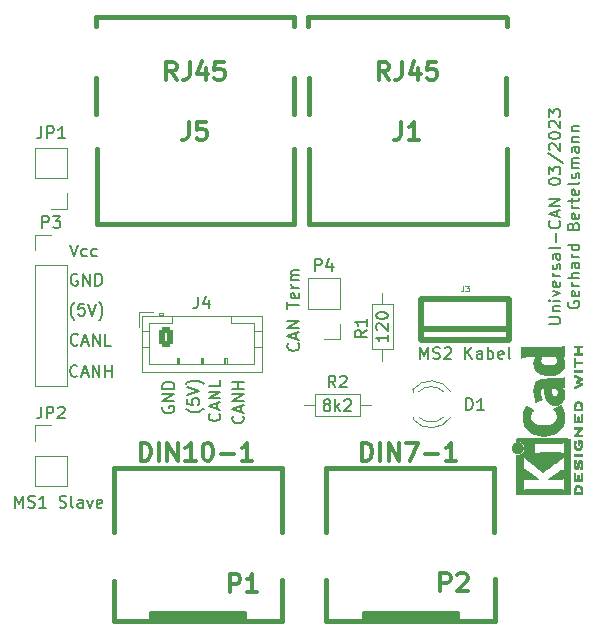
<source format=gto>
G04 #@! TF.GenerationSoftware,KiCad,Pcbnew,6.0.11-2627ca5db0~126~ubuntu22.04.1*
G04 #@! TF.CreationDate,2023-02-25T00:06:33+01:00*
G04 #@! TF.ProjectId,mini-adapter,6d696e69-2d61-4646-9170-7465722e6b69,rev?*
G04 #@! TF.SameCoordinates,Original*
G04 #@! TF.FileFunction,Legend,Top*
G04 #@! TF.FilePolarity,Positive*
%FSLAX46Y46*%
G04 Gerber Fmt 4.6, Leading zero omitted, Abs format (unit mm)*
G04 Created by KiCad (PCBNEW 6.0.11-2627ca5db0~126~ubuntu22.04.1) date 2023-02-25 00:06:33*
%MOMM*%
%LPD*%
G01*
G04 APERTURE LIST*
G04 Aperture macros list*
%AMRoundRect*
0 Rectangle with rounded corners*
0 $1 Rounding radius*
0 $2 $3 $4 $5 $6 $7 $8 $9 X,Y pos of 4 corners*
0 Add a 4 corners polygon primitive as box body*
4,1,4,$2,$3,$4,$5,$6,$7,$8,$9,$2,$3,0*
0 Add four circle primitives for the rounded corners*
1,1,$1+$1,$2,$3*
1,1,$1+$1,$4,$5*
1,1,$1+$1,$6,$7*
1,1,$1+$1,$8,$9*
0 Add four rect primitives between the rounded corners*
20,1,$1+$1,$2,$3,$4,$5,0*
20,1,$1+$1,$4,$5,$6,$7,0*
20,1,$1+$1,$6,$7,$8,$9,0*
20,1,$1+$1,$8,$9,$2,$3,0*%
G04 Aperture macros list end*
%ADD10C,0.150000*%
%ADD11C,0.200000*%
%ADD12C,0.304800*%
%ADD13C,0.125000*%
%ADD14C,0.120000*%
%ADD15C,0.381000*%
%ADD16C,0.010000*%
%ADD17C,0.500000*%
%ADD18C,1.500000*%
%ADD19C,3.500000*%
%ADD20R,1.700000X1.700000*%
%ADD21O,1.700000X1.700000*%
%ADD22C,1.400000*%
%ADD23O,1.400000X1.400000*%
%ADD24C,2.500000*%
%ADD25O,2.500000X4.000000*%
%ADD26C,3.200000*%
%ADD27RoundRect,0.250000X-0.350000X-0.625000X0.350000X-0.625000X0.350000X0.625000X-0.350000X0.625000X0*%
%ADD28O,1.200000X1.750000*%
%ADD29R,1.800000X1.800000*%
%ADD30C,1.800000*%
%ADD31C,1.200000*%
G04 APERTURE END LIST*
D10*
X124300000Y-108361904D02*
X124252380Y-108457142D01*
X124252380Y-108600000D01*
X124300000Y-108742857D01*
X124395238Y-108838095D01*
X124490476Y-108885714D01*
X124680952Y-108933333D01*
X124823809Y-108933333D01*
X125014285Y-108885714D01*
X125109523Y-108838095D01*
X125204761Y-108742857D01*
X125252380Y-108600000D01*
X125252380Y-108504761D01*
X125204761Y-108361904D01*
X125157142Y-108314285D01*
X124823809Y-108314285D01*
X124823809Y-108504761D01*
X125252380Y-107885714D02*
X124252380Y-107885714D01*
X125252380Y-107314285D01*
X124252380Y-107314285D01*
X125252380Y-106838095D02*
X124252380Y-106838095D01*
X124252380Y-106600000D01*
X124300000Y-106457142D01*
X124395238Y-106361904D01*
X124490476Y-106314285D01*
X124680952Y-106266666D01*
X124823809Y-106266666D01*
X125014285Y-106314285D01*
X125109523Y-106361904D01*
X125204761Y-106457142D01*
X125252380Y-106600000D01*
X125252380Y-106838095D01*
X117044933Y-105741742D02*
X116997314Y-105789361D01*
X116854457Y-105836980D01*
X116759219Y-105836980D01*
X116616361Y-105789361D01*
X116521123Y-105694123D01*
X116473504Y-105598885D01*
X116425885Y-105408409D01*
X116425885Y-105265552D01*
X116473504Y-105075076D01*
X116521123Y-104979838D01*
X116616361Y-104884600D01*
X116759219Y-104836980D01*
X116854457Y-104836980D01*
X116997314Y-104884600D01*
X117044933Y-104932219D01*
X117425885Y-105551266D02*
X117902076Y-105551266D01*
X117330647Y-105836980D02*
X117663980Y-104836980D01*
X117997314Y-105836980D01*
X118330647Y-105836980D02*
X118330647Y-104836980D01*
X118902076Y-105836980D01*
X118902076Y-104836980D01*
X119378266Y-105836980D02*
X119378266Y-104836980D01*
X119378266Y-105313171D02*
X119949695Y-105313171D01*
X119949695Y-105836980D02*
X119949695Y-104836980D01*
X129057142Y-108947619D02*
X129104761Y-108995238D01*
X129152380Y-109138095D01*
X129152380Y-109233333D01*
X129104761Y-109376190D01*
X129009523Y-109471428D01*
X128914285Y-109519047D01*
X128723809Y-109566666D01*
X128580952Y-109566666D01*
X128390476Y-109519047D01*
X128295238Y-109471428D01*
X128200000Y-109376190D01*
X128152380Y-109233333D01*
X128152380Y-109138095D01*
X128200000Y-108995238D01*
X128247619Y-108947619D01*
X128866666Y-108566666D02*
X128866666Y-108090476D01*
X129152380Y-108661904D02*
X128152380Y-108328571D01*
X129152380Y-107995238D01*
X129152380Y-107661904D02*
X128152380Y-107661904D01*
X129152380Y-107090476D01*
X128152380Y-107090476D01*
X129152380Y-106138095D02*
X129152380Y-106614285D01*
X128152380Y-106614285D01*
X116411523Y-94651580D02*
X116744857Y-95651580D01*
X117078190Y-94651580D01*
X117840095Y-95603961D02*
X117744857Y-95651580D01*
X117554380Y-95651580D01*
X117459142Y-95603961D01*
X117411523Y-95556342D01*
X117363904Y-95461104D01*
X117363904Y-95175390D01*
X117411523Y-95080152D01*
X117459142Y-95032533D01*
X117554380Y-94984914D01*
X117744857Y-94984914D01*
X117840095Y-95032533D01*
X118697238Y-95603961D02*
X118602000Y-95651580D01*
X118411523Y-95651580D01*
X118316285Y-95603961D01*
X118268666Y-95556342D01*
X118221047Y-95461104D01*
X118221047Y-95175390D01*
X118268666Y-95080152D01*
X118316285Y-95032533D01*
X118411523Y-94984914D01*
X118602000Y-94984914D01*
X118697238Y-95032533D01*
X117087780Y-103100142D02*
X117040161Y-103147761D01*
X116897304Y-103195380D01*
X116802066Y-103195380D01*
X116659209Y-103147761D01*
X116563971Y-103052523D01*
X116516352Y-102957285D01*
X116468733Y-102766809D01*
X116468733Y-102623952D01*
X116516352Y-102433476D01*
X116563971Y-102338238D01*
X116659209Y-102243000D01*
X116802066Y-102195380D01*
X116897304Y-102195380D01*
X117040161Y-102243000D01*
X117087780Y-102290619D01*
X117468733Y-102909666D02*
X117944923Y-102909666D01*
X117373495Y-103195380D02*
X117706828Y-102195380D01*
X118040161Y-103195380D01*
X118373495Y-103195380D02*
X118373495Y-102195380D01*
X118944923Y-103195380D01*
X118944923Y-102195380D01*
X119897304Y-103195380D02*
X119421114Y-103195380D01*
X119421114Y-102195380D01*
X127733333Y-108547619D02*
X127685714Y-108595238D01*
X127542857Y-108690476D01*
X127447619Y-108738095D01*
X127304761Y-108785714D01*
X127066666Y-108833333D01*
X126876190Y-108833333D01*
X126638095Y-108785714D01*
X126495238Y-108738095D01*
X126400000Y-108690476D01*
X126257142Y-108595238D01*
X126209523Y-108547619D01*
X126352380Y-107690476D02*
X126352380Y-108166666D01*
X126828571Y-108214285D01*
X126780952Y-108166666D01*
X126733333Y-108071428D01*
X126733333Y-107833333D01*
X126780952Y-107738095D01*
X126828571Y-107690476D01*
X126923809Y-107642857D01*
X127161904Y-107642857D01*
X127257142Y-107690476D01*
X127304761Y-107738095D01*
X127352380Y-107833333D01*
X127352380Y-108071428D01*
X127304761Y-108166666D01*
X127257142Y-108214285D01*
X126352380Y-107357142D02*
X127352380Y-107023809D01*
X126352380Y-106690476D01*
X127733333Y-106452380D02*
X127685714Y-106404761D01*
X127542857Y-106309523D01*
X127447619Y-106261904D01*
X127304761Y-106214285D01*
X127066666Y-106166666D01*
X126876190Y-106166666D01*
X126638095Y-106214285D01*
X126495238Y-106261904D01*
X126400000Y-106309523D01*
X126257142Y-106404761D01*
X126209523Y-106452380D01*
X131057142Y-109166666D02*
X131104761Y-109214285D01*
X131152380Y-109357142D01*
X131152380Y-109452380D01*
X131104761Y-109595238D01*
X131009523Y-109690476D01*
X130914285Y-109738095D01*
X130723809Y-109785714D01*
X130580952Y-109785714D01*
X130390476Y-109738095D01*
X130295238Y-109690476D01*
X130200000Y-109595238D01*
X130152380Y-109452380D01*
X130152380Y-109357142D01*
X130200000Y-109214285D01*
X130247619Y-109166666D01*
X130866666Y-108785714D02*
X130866666Y-108309523D01*
X131152380Y-108880952D02*
X130152380Y-108547619D01*
X131152380Y-108214285D01*
X131152380Y-107880952D02*
X130152380Y-107880952D01*
X131152380Y-107309523D01*
X130152380Y-107309523D01*
X131152380Y-106833333D02*
X130152380Y-106833333D01*
X130628571Y-106833333D02*
X130628571Y-106261904D01*
X131152380Y-106261904D02*
X130152380Y-106261904D01*
X117043295Y-97163000D02*
X116948057Y-97115380D01*
X116805200Y-97115380D01*
X116662342Y-97163000D01*
X116567104Y-97258238D01*
X116519485Y-97353476D01*
X116471866Y-97543952D01*
X116471866Y-97686809D01*
X116519485Y-97877285D01*
X116567104Y-97972523D01*
X116662342Y-98067761D01*
X116805200Y-98115380D01*
X116900438Y-98115380D01*
X117043295Y-98067761D01*
X117090914Y-98020142D01*
X117090914Y-97686809D01*
X116900438Y-97686809D01*
X117519485Y-98115380D02*
X117519485Y-97115380D01*
X118090914Y-98115380D01*
X118090914Y-97115380D01*
X118567104Y-98115380D02*
X118567104Y-97115380D01*
X118805200Y-97115380D01*
X118948057Y-97163000D01*
X119043295Y-97258238D01*
X119090914Y-97353476D01*
X119138533Y-97543952D01*
X119138533Y-97686809D01*
X119090914Y-97877285D01*
X119043295Y-97972523D01*
X118948057Y-98067761D01*
X118805200Y-98115380D01*
X118567104Y-98115380D01*
D11*
X156947380Y-101347619D02*
X157756904Y-101347619D01*
X157852142Y-101300000D01*
X157899761Y-101252380D01*
X157947380Y-101157142D01*
X157947380Y-100966666D01*
X157899761Y-100871428D01*
X157852142Y-100823809D01*
X157756904Y-100776190D01*
X156947380Y-100776190D01*
X157280714Y-100300000D02*
X157947380Y-100300000D01*
X157375952Y-100300000D02*
X157328333Y-100252380D01*
X157280714Y-100157142D01*
X157280714Y-100014285D01*
X157328333Y-99919047D01*
X157423571Y-99871428D01*
X157947380Y-99871428D01*
X157947380Y-99395238D02*
X157280714Y-99395238D01*
X156947380Y-99395238D02*
X156995000Y-99442857D01*
X157042619Y-99395238D01*
X156995000Y-99347619D01*
X156947380Y-99395238D01*
X157042619Y-99395238D01*
X157280714Y-99014285D02*
X157947380Y-98776190D01*
X157280714Y-98538095D01*
X157899761Y-97776190D02*
X157947380Y-97871428D01*
X157947380Y-98061904D01*
X157899761Y-98157142D01*
X157804523Y-98204761D01*
X157423571Y-98204761D01*
X157328333Y-98157142D01*
X157280714Y-98061904D01*
X157280714Y-97871428D01*
X157328333Y-97776190D01*
X157423571Y-97728571D01*
X157518809Y-97728571D01*
X157614047Y-98204761D01*
X157947380Y-97300000D02*
X157280714Y-97300000D01*
X157471190Y-97300000D02*
X157375952Y-97252380D01*
X157328333Y-97204761D01*
X157280714Y-97109523D01*
X157280714Y-97014285D01*
X157899761Y-96728571D02*
X157947380Y-96633333D01*
X157947380Y-96442857D01*
X157899761Y-96347619D01*
X157804523Y-96300000D01*
X157756904Y-96300000D01*
X157661666Y-96347619D01*
X157614047Y-96442857D01*
X157614047Y-96585714D01*
X157566428Y-96680952D01*
X157471190Y-96728571D01*
X157423571Y-96728571D01*
X157328333Y-96680952D01*
X157280714Y-96585714D01*
X157280714Y-96442857D01*
X157328333Y-96347619D01*
X157947380Y-95442857D02*
X157423571Y-95442857D01*
X157328333Y-95490476D01*
X157280714Y-95585714D01*
X157280714Y-95776190D01*
X157328333Y-95871428D01*
X157899761Y-95442857D02*
X157947380Y-95538095D01*
X157947380Y-95776190D01*
X157899761Y-95871428D01*
X157804523Y-95919047D01*
X157709285Y-95919047D01*
X157614047Y-95871428D01*
X157566428Y-95776190D01*
X157566428Y-95538095D01*
X157518809Y-95442857D01*
X157947380Y-94823809D02*
X157899761Y-94919047D01*
X157804523Y-94966666D01*
X156947380Y-94966666D01*
X157566428Y-94442857D02*
X157566428Y-93680952D01*
X157852142Y-92633333D02*
X157899761Y-92680952D01*
X157947380Y-92823809D01*
X157947380Y-92919047D01*
X157899761Y-93061904D01*
X157804523Y-93157142D01*
X157709285Y-93204761D01*
X157518809Y-93252380D01*
X157375952Y-93252380D01*
X157185476Y-93204761D01*
X157090238Y-93157142D01*
X156995000Y-93061904D01*
X156947380Y-92919047D01*
X156947380Y-92823809D01*
X156995000Y-92680952D01*
X157042619Y-92633333D01*
X157661666Y-92252380D02*
X157661666Y-91776190D01*
X157947380Y-92347619D02*
X156947380Y-92014285D01*
X157947380Y-91680952D01*
X157947380Y-91347619D02*
X156947380Y-91347619D01*
X157947380Y-90776190D01*
X156947380Y-90776190D01*
X156947380Y-89347619D02*
X156947380Y-89252380D01*
X156995000Y-89157142D01*
X157042619Y-89109523D01*
X157137857Y-89061904D01*
X157328333Y-89014285D01*
X157566428Y-89014285D01*
X157756904Y-89061904D01*
X157852142Y-89109523D01*
X157899761Y-89157142D01*
X157947380Y-89252380D01*
X157947380Y-89347619D01*
X157899761Y-89442857D01*
X157852142Y-89490476D01*
X157756904Y-89538095D01*
X157566428Y-89585714D01*
X157328333Y-89585714D01*
X157137857Y-89538095D01*
X157042619Y-89490476D01*
X156995000Y-89442857D01*
X156947380Y-89347619D01*
X156947380Y-88680952D02*
X156947380Y-88061904D01*
X157328333Y-88395238D01*
X157328333Y-88252380D01*
X157375952Y-88157142D01*
X157423571Y-88109523D01*
X157518809Y-88061904D01*
X157756904Y-88061904D01*
X157852142Y-88109523D01*
X157899761Y-88157142D01*
X157947380Y-88252380D01*
X157947380Y-88538095D01*
X157899761Y-88633333D01*
X157852142Y-88680952D01*
X156899761Y-86919047D02*
X158185476Y-87776190D01*
X157042619Y-86633333D02*
X156995000Y-86585714D01*
X156947380Y-86490476D01*
X156947380Y-86252380D01*
X156995000Y-86157142D01*
X157042619Y-86109523D01*
X157137857Y-86061904D01*
X157233095Y-86061904D01*
X157375952Y-86109523D01*
X157947380Y-86680952D01*
X157947380Y-86061904D01*
X156947380Y-85442857D02*
X156947380Y-85347619D01*
X156995000Y-85252380D01*
X157042619Y-85204761D01*
X157137857Y-85157142D01*
X157328333Y-85109523D01*
X157566428Y-85109523D01*
X157756904Y-85157142D01*
X157852142Y-85204761D01*
X157899761Y-85252380D01*
X157947380Y-85347619D01*
X157947380Y-85442857D01*
X157899761Y-85538095D01*
X157852142Y-85585714D01*
X157756904Y-85633333D01*
X157566428Y-85680952D01*
X157328333Y-85680952D01*
X157137857Y-85633333D01*
X157042619Y-85585714D01*
X156995000Y-85538095D01*
X156947380Y-85442857D01*
X157042619Y-84728571D02*
X156995000Y-84680952D01*
X156947380Y-84585714D01*
X156947380Y-84347619D01*
X156995000Y-84252380D01*
X157042619Y-84204761D01*
X157137857Y-84157142D01*
X157233095Y-84157142D01*
X157375952Y-84204761D01*
X157947380Y-84776190D01*
X157947380Y-84157142D01*
X156947380Y-83823809D02*
X156947380Y-83204761D01*
X157328333Y-83538095D01*
X157328333Y-83395238D01*
X157375952Y-83300000D01*
X157423571Y-83252380D01*
X157518809Y-83204761D01*
X157756904Y-83204761D01*
X157852142Y-83252380D01*
X157899761Y-83300000D01*
X157947380Y-83395238D01*
X157947380Y-83680952D01*
X157899761Y-83776190D01*
X157852142Y-83823809D01*
X158605000Y-99466666D02*
X158557380Y-99561904D01*
X158557380Y-99704761D01*
X158605000Y-99847619D01*
X158700238Y-99942857D01*
X158795476Y-99990476D01*
X158985952Y-100038095D01*
X159128809Y-100038095D01*
X159319285Y-99990476D01*
X159414523Y-99942857D01*
X159509761Y-99847619D01*
X159557380Y-99704761D01*
X159557380Y-99609523D01*
X159509761Y-99466666D01*
X159462142Y-99419047D01*
X159128809Y-99419047D01*
X159128809Y-99609523D01*
X159509761Y-98609523D02*
X159557380Y-98704761D01*
X159557380Y-98895238D01*
X159509761Y-98990476D01*
X159414523Y-99038095D01*
X159033571Y-99038095D01*
X158938333Y-98990476D01*
X158890714Y-98895238D01*
X158890714Y-98704761D01*
X158938333Y-98609523D01*
X159033571Y-98561904D01*
X159128809Y-98561904D01*
X159224047Y-99038095D01*
X159557380Y-98133333D02*
X158890714Y-98133333D01*
X159081190Y-98133333D02*
X158985952Y-98085714D01*
X158938333Y-98038095D01*
X158890714Y-97942857D01*
X158890714Y-97847619D01*
X159557380Y-97514285D02*
X158557380Y-97514285D01*
X159557380Y-97085714D02*
X159033571Y-97085714D01*
X158938333Y-97133333D01*
X158890714Y-97228571D01*
X158890714Y-97371428D01*
X158938333Y-97466666D01*
X158985952Y-97514285D01*
X159557380Y-96180952D02*
X159033571Y-96180952D01*
X158938333Y-96228571D01*
X158890714Y-96323809D01*
X158890714Y-96514285D01*
X158938333Y-96609523D01*
X159509761Y-96180952D02*
X159557380Y-96276190D01*
X159557380Y-96514285D01*
X159509761Y-96609523D01*
X159414523Y-96657142D01*
X159319285Y-96657142D01*
X159224047Y-96609523D01*
X159176428Y-96514285D01*
X159176428Y-96276190D01*
X159128809Y-96180952D01*
X159557380Y-95704761D02*
X158890714Y-95704761D01*
X159081190Y-95704761D02*
X158985952Y-95657142D01*
X158938333Y-95609523D01*
X158890714Y-95514285D01*
X158890714Y-95419047D01*
X159557380Y-94657142D02*
X158557380Y-94657142D01*
X159509761Y-94657142D02*
X159557380Y-94752380D01*
X159557380Y-94942857D01*
X159509761Y-95038095D01*
X159462142Y-95085714D01*
X159366904Y-95133333D01*
X159081190Y-95133333D01*
X158985952Y-95085714D01*
X158938333Y-95038095D01*
X158890714Y-94942857D01*
X158890714Y-94752380D01*
X158938333Y-94657142D01*
X159033571Y-93085714D02*
X159081190Y-92942857D01*
X159128809Y-92895238D01*
X159224047Y-92847619D01*
X159366904Y-92847619D01*
X159462142Y-92895238D01*
X159509761Y-92942857D01*
X159557380Y-93038095D01*
X159557380Y-93419047D01*
X158557380Y-93419047D01*
X158557380Y-93085714D01*
X158605000Y-92990476D01*
X158652619Y-92942857D01*
X158747857Y-92895238D01*
X158843095Y-92895238D01*
X158938333Y-92942857D01*
X158985952Y-92990476D01*
X159033571Y-93085714D01*
X159033571Y-93419047D01*
X159509761Y-92038095D02*
X159557380Y-92133333D01*
X159557380Y-92323809D01*
X159509761Y-92419047D01*
X159414523Y-92466666D01*
X159033571Y-92466666D01*
X158938333Y-92419047D01*
X158890714Y-92323809D01*
X158890714Y-92133333D01*
X158938333Y-92038095D01*
X159033571Y-91990476D01*
X159128809Y-91990476D01*
X159224047Y-92466666D01*
X159557380Y-91561904D02*
X158890714Y-91561904D01*
X159081190Y-91561904D02*
X158985952Y-91514285D01*
X158938333Y-91466666D01*
X158890714Y-91371428D01*
X158890714Y-91276190D01*
X158890714Y-91085714D02*
X158890714Y-90704761D01*
X158557380Y-90942857D02*
X159414523Y-90942857D01*
X159509761Y-90895238D01*
X159557380Y-90800000D01*
X159557380Y-90704761D01*
X159509761Y-89990476D02*
X159557380Y-90085714D01*
X159557380Y-90276190D01*
X159509761Y-90371428D01*
X159414523Y-90419047D01*
X159033571Y-90419047D01*
X158938333Y-90371428D01*
X158890714Y-90276190D01*
X158890714Y-90085714D01*
X158938333Y-89990476D01*
X159033571Y-89942857D01*
X159128809Y-89942857D01*
X159224047Y-90419047D01*
X159557380Y-89371428D02*
X159509761Y-89466666D01*
X159414523Y-89514285D01*
X158557380Y-89514285D01*
X159509761Y-89038095D02*
X159557380Y-88942857D01*
X159557380Y-88752380D01*
X159509761Y-88657142D01*
X159414523Y-88609523D01*
X159366904Y-88609523D01*
X159271666Y-88657142D01*
X159224047Y-88752380D01*
X159224047Y-88895238D01*
X159176428Y-88990476D01*
X159081190Y-89038095D01*
X159033571Y-89038095D01*
X158938333Y-88990476D01*
X158890714Y-88895238D01*
X158890714Y-88752380D01*
X158938333Y-88657142D01*
X159557380Y-88180952D02*
X158890714Y-88180952D01*
X158985952Y-88180952D02*
X158938333Y-88133333D01*
X158890714Y-88038095D01*
X158890714Y-87895238D01*
X158938333Y-87800000D01*
X159033571Y-87752380D01*
X159557380Y-87752380D01*
X159033571Y-87752380D02*
X158938333Y-87704761D01*
X158890714Y-87609523D01*
X158890714Y-87466666D01*
X158938333Y-87371428D01*
X159033571Y-87323809D01*
X159557380Y-87323809D01*
X159557380Y-86419047D02*
X159033571Y-86419047D01*
X158938333Y-86466666D01*
X158890714Y-86561904D01*
X158890714Y-86752380D01*
X158938333Y-86847619D01*
X159509761Y-86419047D02*
X159557380Y-86514285D01*
X159557380Y-86752380D01*
X159509761Y-86847619D01*
X159414523Y-86895238D01*
X159319285Y-86895238D01*
X159224047Y-86847619D01*
X159176428Y-86752380D01*
X159176428Y-86514285D01*
X159128809Y-86419047D01*
X158890714Y-85942857D02*
X159557380Y-85942857D01*
X158985952Y-85942857D02*
X158938333Y-85895238D01*
X158890714Y-85800000D01*
X158890714Y-85657142D01*
X158938333Y-85561904D01*
X159033571Y-85514285D01*
X159557380Y-85514285D01*
X158890714Y-85038095D02*
X159557380Y-85038095D01*
X158985952Y-85038095D02*
X158938333Y-84990476D01*
X158890714Y-84895238D01*
X158890714Y-84752380D01*
X158938333Y-84657142D01*
X159033571Y-84609523D01*
X159557380Y-84609523D01*
D10*
X116782980Y-101036333D02*
X116735361Y-100988714D01*
X116640123Y-100845857D01*
X116592504Y-100750619D01*
X116544885Y-100607761D01*
X116497266Y-100369666D01*
X116497266Y-100179190D01*
X116544885Y-99941095D01*
X116592504Y-99798238D01*
X116640123Y-99703000D01*
X116735361Y-99560142D01*
X116782980Y-99512523D01*
X117640123Y-99655380D02*
X117163933Y-99655380D01*
X117116314Y-100131571D01*
X117163933Y-100083952D01*
X117259171Y-100036333D01*
X117497266Y-100036333D01*
X117592504Y-100083952D01*
X117640123Y-100131571D01*
X117687742Y-100226809D01*
X117687742Y-100464904D01*
X117640123Y-100560142D01*
X117592504Y-100607761D01*
X117497266Y-100655380D01*
X117259171Y-100655380D01*
X117163933Y-100607761D01*
X117116314Y-100560142D01*
X117973457Y-99655380D02*
X118306790Y-100655380D01*
X118640123Y-99655380D01*
X118878219Y-101036333D02*
X118925838Y-100988714D01*
X119021076Y-100845857D01*
X119068695Y-100750619D01*
X119116314Y-100607761D01*
X119163933Y-100369666D01*
X119163933Y-100179190D01*
X119116314Y-99941095D01*
X119068695Y-99798238D01*
X119021076Y-99703000D01*
X118925838Y-99560142D01*
X118878219Y-99512523D01*
X113974666Y-108369380D02*
X113974666Y-109083666D01*
X113927047Y-109226523D01*
X113831809Y-109321761D01*
X113688952Y-109369380D01*
X113593714Y-109369380D01*
X114450857Y-109369380D02*
X114450857Y-108369380D01*
X114831809Y-108369380D01*
X114927047Y-108417000D01*
X114974666Y-108464619D01*
X115022285Y-108559857D01*
X115022285Y-108702714D01*
X114974666Y-108797952D01*
X114927047Y-108845571D01*
X114831809Y-108893190D01*
X114450857Y-108893190D01*
X115403238Y-108464619D02*
X115450857Y-108417000D01*
X115546095Y-108369380D01*
X115784190Y-108369380D01*
X115879428Y-108417000D01*
X115927047Y-108464619D01*
X115974666Y-108559857D01*
X115974666Y-108655095D01*
X115927047Y-108797952D01*
X115355619Y-109369380D01*
X115974666Y-109369380D01*
X111776333Y-116911380D02*
X111776333Y-115911380D01*
X112109666Y-116625666D01*
X112443000Y-115911380D01*
X112443000Y-116911380D01*
X112871571Y-116863761D02*
X113014428Y-116911380D01*
X113252523Y-116911380D01*
X113347761Y-116863761D01*
X113395380Y-116816142D01*
X113443000Y-116720904D01*
X113443000Y-116625666D01*
X113395380Y-116530428D01*
X113347761Y-116482809D01*
X113252523Y-116435190D01*
X113062047Y-116387571D01*
X112966809Y-116339952D01*
X112919190Y-116292333D01*
X112871571Y-116197095D01*
X112871571Y-116101857D01*
X112919190Y-116006619D01*
X112966809Y-115959000D01*
X113062047Y-115911380D01*
X113300142Y-115911380D01*
X113443000Y-115959000D01*
X114395380Y-116911380D02*
X113823952Y-116911380D01*
X114109666Y-116911380D02*
X114109666Y-115911380D01*
X114014428Y-116054238D01*
X113919190Y-116149476D01*
X113823952Y-116197095D01*
X115538238Y-116863761D02*
X115681095Y-116911380D01*
X115919190Y-116911380D01*
X116014428Y-116863761D01*
X116062047Y-116816142D01*
X116109666Y-116720904D01*
X116109666Y-116625666D01*
X116062047Y-116530428D01*
X116014428Y-116482809D01*
X115919190Y-116435190D01*
X115728714Y-116387571D01*
X115633476Y-116339952D01*
X115585857Y-116292333D01*
X115538238Y-116197095D01*
X115538238Y-116101857D01*
X115585857Y-116006619D01*
X115633476Y-115959000D01*
X115728714Y-115911380D01*
X115966809Y-115911380D01*
X116109666Y-115959000D01*
X116681095Y-116911380D02*
X116585857Y-116863761D01*
X116538238Y-116768523D01*
X116538238Y-115911380D01*
X117490619Y-116911380D02*
X117490619Y-116387571D01*
X117443000Y-116292333D01*
X117347761Y-116244714D01*
X117157285Y-116244714D01*
X117062047Y-116292333D01*
X117490619Y-116863761D02*
X117395380Y-116911380D01*
X117157285Y-116911380D01*
X117062047Y-116863761D01*
X117014428Y-116768523D01*
X117014428Y-116673285D01*
X117062047Y-116578047D01*
X117157285Y-116530428D01*
X117395380Y-116530428D01*
X117490619Y-116482809D01*
X117871571Y-116244714D02*
X118109666Y-116911380D01*
X118347761Y-116244714D01*
X119109666Y-116863761D02*
X119014428Y-116911380D01*
X118823952Y-116911380D01*
X118728714Y-116863761D01*
X118681095Y-116768523D01*
X118681095Y-116387571D01*
X118728714Y-116292333D01*
X118823952Y-116244714D01*
X119014428Y-116244714D01*
X119109666Y-116292333D01*
X119157285Y-116387571D01*
X119157285Y-116482809D01*
X118681095Y-116578047D01*
X141549380Y-101893666D02*
X141073190Y-102227000D01*
X141549380Y-102465095D02*
X140549380Y-102465095D01*
X140549380Y-102084142D01*
X140597000Y-101988904D01*
X140644619Y-101941285D01*
X140739857Y-101893666D01*
X140882714Y-101893666D01*
X140977952Y-101941285D01*
X141025571Y-101988904D01*
X141073190Y-102084142D01*
X141073190Y-102465095D01*
X141549380Y-100941285D02*
X141549380Y-101512714D01*
X141549380Y-101227000D02*
X140549380Y-101227000D01*
X140692238Y-101322238D01*
X140787476Y-101417476D01*
X140835095Y-101512714D01*
X143327380Y-102266666D02*
X143327380Y-102838095D01*
X143327380Y-102552380D02*
X142327380Y-102552380D01*
X142470238Y-102647619D01*
X142565476Y-102742857D01*
X142613095Y-102838095D01*
X142422619Y-101885714D02*
X142375000Y-101838095D01*
X142327380Y-101742857D01*
X142327380Y-101504761D01*
X142375000Y-101409523D01*
X142422619Y-101361904D01*
X142517857Y-101314285D01*
X142613095Y-101314285D01*
X142755952Y-101361904D01*
X143327380Y-101933333D01*
X143327380Y-101314285D01*
X142327380Y-100695238D02*
X142327380Y-100600000D01*
X142375000Y-100504761D01*
X142422619Y-100457142D01*
X142517857Y-100409523D01*
X142708333Y-100361904D01*
X142946428Y-100361904D01*
X143136904Y-100409523D01*
X143232142Y-100457142D01*
X143279761Y-100504761D01*
X143327380Y-100600000D01*
X143327380Y-100695238D01*
X143279761Y-100790476D01*
X143232142Y-100838095D01*
X143136904Y-100885714D01*
X142946428Y-100933333D01*
X142708333Y-100933333D01*
X142517857Y-100885714D01*
X142422619Y-100838095D01*
X142375000Y-100790476D01*
X142327380Y-100695238D01*
D12*
X126492000Y-84255428D02*
X126492000Y-85344000D01*
X126419428Y-85561714D01*
X126274285Y-85706857D01*
X126056571Y-85779428D01*
X125911428Y-85779428D01*
X127943428Y-84255428D02*
X127217714Y-84255428D01*
X127145142Y-84981142D01*
X127217714Y-84908571D01*
X127362857Y-84836000D01*
X127725714Y-84836000D01*
X127870857Y-84908571D01*
X127943428Y-84981142D01*
X128016000Y-85126285D01*
X128016000Y-85489142D01*
X127943428Y-85634285D01*
X127870857Y-85706857D01*
X127725714Y-85779428D01*
X127362857Y-85779428D01*
X127217714Y-85706857D01*
X127145142Y-85634285D01*
X125457714Y-80699428D02*
X124949714Y-79973714D01*
X124586857Y-80699428D02*
X124586857Y-79175428D01*
X125167428Y-79175428D01*
X125312571Y-79248000D01*
X125385142Y-79320571D01*
X125457714Y-79465714D01*
X125457714Y-79683428D01*
X125385142Y-79828571D01*
X125312571Y-79901142D01*
X125167428Y-79973714D01*
X124586857Y-79973714D01*
X126546285Y-79175428D02*
X126546285Y-80264000D01*
X126473714Y-80481714D01*
X126328571Y-80626857D01*
X126110857Y-80699428D01*
X125965714Y-80699428D01*
X127925142Y-79683428D02*
X127925142Y-80699428D01*
X127562285Y-79102857D02*
X127199428Y-80191428D01*
X128142857Y-80191428D01*
X129449142Y-79175428D02*
X128723428Y-79175428D01*
X128650857Y-79901142D01*
X128723428Y-79828571D01*
X128868571Y-79756000D01*
X129231428Y-79756000D01*
X129376571Y-79828571D01*
X129449142Y-79901142D01*
X129521714Y-80046285D01*
X129521714Y-80409142D01*
X129449142Y-80554285D01*
X129376571Y-80626857D01*
X129231428Y-80699428D01*
X128868571Y-80699428D01*
X128723428Y-80626857D01*
X128650857Y-80554285D01*
D10*
X138898333Y-106736380D02*
X138565000Y-106260190D01*
X138326904Y-106736380D02*
X138326904Y-105736380D01*
X138707857Y-105736380D01*
X138803095Y-105784000D01*
X138850714Y-105831619D01*
X138898333Y-105926857D01*
X138898333Y-106069714D01*
X138850714Y-106164952D01*
X138803095Y-106212571D01*
X138707857Y-106260190D01*
X138326904Y-106260190D01*
X139279285Y-105831619D02*
X139326904Y-105784000D01*
X139422142Y-105736380D01*
X139660238Y-105736380D01*
X139755476Y-105784000D01*
X139803095Y-105831619D01*
X139850714Y-105926857D01*
X139850714Y-106022095D01*
X139803095Y-106164952D01*
X139231666Y-106736380D01*
X139850714Y-106736380D01*
X138088809Y-108184952D02*
X137993571Y-108137333D01*
X137945952Y-108089714D01*
X137898333Y-107994476D01*
X137898333Y-107946857D01*
X137945952Y-107851619D01*
X137993571Y-107804000D01*
X138088809Y-107756380D01*
X138279285Y-107756380D01*
X138374523Y-107804000D01*
X138422142Y-107851619D01*
X138469761Y-107946857D01*
X138469761Y-107994476D01*
X138422142Y-108089714D01*
X138374523Y-108137333D01*
X138279285Y-108184952D01*
X138088809Y-108184952D01*
X137993571Y-108232571D01*
X137945952Y-108280190D01*
X137898333Y-108375428D01*
X137898333Y-108565904D01*
X137945952Y-108661142D01*
X137993571Y-108708761D01*
X138088809Y-108756380D01*
X138279285Y-108756380D01*
X138374523Y-108708761D01*
X138422142Y-108661142D01*
X138469761Y-108565904D01*
X138469761Y-108375428D01*
X138422142Y-108280190D01*
X138374523Y-108232571D01*
X138279285Y-108184952D01*
X138898333Y-108756380D02*
X138898333Y-107756380D01*
X138993571Y-108375428D02*
X139279285Y-108756380D01*
X139279285Y-108089714D02*
X138898333Y-108470666D01*
X139660238Y-107851619D02*
X139707857Y-107804000D01*
X139803095Y-107756380D01*
X140041190Y-107756380D01*
X140136428Y-107804000D01*
X140184047Y-107851619D01*
X140231666Y-107946857D01*
X140231666Y-108042095D01*
X140184047Y-108184952D01*
X139612619Y-108756380D01*
X140231666Y-108756380D01*
X127253666Y-99041380D02*
X127253666Y-99755666D01*
X127206047Y-99898523D01*
X127110809Y-99993761D01*
X126967952Y-100041380D01*
X126872714Y-100041380D01*
X128158428Y-99374714D02*
X128158428Y-100041380D01*
X127920333Y-98993761D02*
X127682238Y-99708047D01*
X128301285Y-99708047D01*
X149961904Y-108652380D02*
X149961904Y-107652380D01*
X150200000Y-107652380D01*
X150342857Y-107700000D01*
X150438095Y-107795238D01*
X150485714Y-107890476D01*
X150533333Y-108080952D01*
X150533333Y-108223809D01*
X150485714Y-108414285D01*
X150438095Y-108509523D01*
X150342857Y-108604761D01*
X150200000Y-108652380D01*
X149961904Y-108652380D01*
X151485714Y-108652380D02*
X150914285Y-108652380D01*
X151200000Y-108652380D02*
X151200000Y-107652380D01*
X151104761Y-107795238D01*
X151009523Y-107890476D01*
X150914285Y-107938095D01*
X137183904Y-96845380D02*
X137183904Y-95845380D01*
X137564857Y-95845380D01*
X137660095Y-95893000D01*
X137707714Y-95940619D01*
X137755333Y-96035857D01*
X137755333Y-96178714D01*
X137707714Y-96273952D01*
X137660095Y-96321571D01*
X137564857Y-96369190D01*
X137183904Y-96369190D01*
X138612476Y-96178714D02*
X138612476Y-96845380D01*
X138374380Y-95797761D02*
X138136285Y-96512047D01*
X138755333Y-96512047D01*
X135739142Y-103012523D02*
X135786761Y-103060142D01*
X135834380Y-103203000D01*
X135834380Y-103298238D01*
X135786761Y-103441095D01*
X135691523Y-103536333D01*
X135596285Y-103583952D01*
X135405809Y-103631571D01*
X135262952Y-103631571D01*
X135072476Y-103583952D01*
X134977238Y-103536333D01*
X134882000Y-103441095D01*
X134834380Y-103298238D01*
X134834380Y-103203000D01*
X134882000Y-103060142D01*
X134929619Y-103012523D01*
X135548666Y-102631571D02*
X135548666Y-102155380D01*
X135834380Y-102726809D02*
X134834380Y-102393476D01*
X135834380Y-102060142D01*
X135834380Y-101726809D02*
X134834380Y-101726809D01*
X135834380Y-101155380D01*
X134834380Y-101155380D01*
X134834380Y-100060142D02*
X134834380Y-99488714D01*
X135834380Y-99774428D02*
X134834380Y-99774428D01*
X135786761Y-98774428D02*
X135834380Y-98869666D01*
X135834380Y-99060142D01*
X135786761Y-99155380D01*
X135691523Y-99203000D01*
X135310571Y-99203000D01*
X135215333Y-99155380D01*
X135167714Y-99060142D01*
X135167714Y-98869666D01*
X135215333Y-98774428D01*
X135310571Y-98726809D01*
X135405809Y-98726809D01*
X135501047Y-99203000D01*
X135834380Y-98298238D02*
X135167714Y-98298238D01*
X135358190Y-98298238D02*
X135262952Y-98250619D01*
X135215333Y-98203000D01*
X135167714Y-98107761D01*
X135167714Y-98012523D01*
X135834380Y-97679190D02*
X135167714Y-97679190D01*
X135262952Y-97679190D02*
X135215333Y-97631571D01*
X135167714Y-97536333D01*
X135167714Y-97393476D01*
X135215333Y-97298238D01*
X135310571Y-97250619D01*
X135834380Y-97250619D01*
X135310571Y-97250619D02*
X135215333Y-97203000D01*
X135167714Y-97107761D01*
X135167714Y-96964904D01*
X135215333Y-96869666D01*
X135310571Y-96822047D01*
X135834380Y-96822047D01*
X114069904Y-93245380D02*
X114069904Y-92245380D01*
X114450857Y-92245380D01*
X114546095Y-92293000D01*
X114593714Y-92340619D01*
X114641333Y-92435857D01*
X114641333Y-92578714D01*
X114593714Y-92673952D01*
X114546095Y-92721571D01*
X114450857Y-92769190D01*
X114069904Y-92769190D01*
X114974666Y-92245380D02*
X115593714Y-92245380D01*
X115260380Y-92626333D01*
X115403238Y-92626333D01*
X115498476Y-92673952D01*
X115546095Y-92721571D01*
X115593714Y-92816809D01*
X115593714Y-93054904D01*
X115546095Y-93150142D01*
X115498476Y-93197761D01*
X115403238Y-93245380D01*
X115117523Y-93245380D01*
X115022285Y-93197761D01*
X114974666Y-93150142D01*
D12*
X147775142Y-123989428D02*
X147775142Y-122465428D01*
X148355714Y-122465428D01*
X148500857Y-122538000D01*
X148573428Y-122610571D01*
X148646000Y-122755714D01*
X148646000Y-122973428D01*
X148573428Y-123118571D01*
X148500857Y-123191142D01*
X148355714Y-123263714D01*
X147775142Y-123263714D01*
X149226571Y-122610571D02*
X149299142Y-122538000D01*
X149444285Y-122465428D01*
X149807142Y-122465428D01*
X149952285Y-122538000D01*
X150024857Y-122610571D01*
X150097428Y-122755714D01*
X150097428Y-122900857D01*
X150024857Y-123118571D01*
X149154000Y-123989428D01*
X150097428Y-123989428D01*
X141142457Y-112942428D02*
X141142457Y-111418428D01*
X141505314Y-111418428D01*
X141723028Y-111491000D01*
X141868171Y-111636142D01*
X141940742Y-111781285D01*
X142013314Y-112071571D01*
X142013314Y-112289285D01*
X141940742Y-112579571D01*
X141868171Y-112724714D01*
X141723028Y-112869857D01*
X141505314Y-112942428D01*
X141142457Y-112942428D01*
X142666457Y-112942428D02*
X142666457Y-111418428D01*
X143392171Y-112942428D02*
X143392171Y-111418428D01*
X144263028Y-112942428D01*
X144263028Y-111418428D01*
X144843600Y-111418428D02*
X145859600Y-111418428D01*
X145206457Y-112942428D01*
X146440171Y-112361857D02*
X147601314Y-112361857D01*
X149125314Y-112942428D02*
X148254457Y-112942428D01*
X148689885Y-112942428D02*
X148689885Y-111418428D01*
X148544742Y-111636142D01*
X148399600Y-111781285D01*
X148254457Y-111853857D01*
X129975142Y-124089428D02*
X129975142Y-122565428D01*
X130555714Y-122565428D01*
X130700857Y-122638000D01*
X130773428Y-122710571D01*
X130846000Y-122855714D01*
X130846000Y-123073428D01*
X130773428Y-123218571D01*
X130700857Y-123291142D01*
X130555714Y-123363714D01*
X129975142Y-123363714D01*
X132297428Y-124089428D02*
X131426571Y-124089428D01*
X131862000Y-124089428D02*
X131862000Y-122565428D01*
X131716857Y-122783142D01*
X131571714Y-122928285D01*
X131426571Y-123000857D01*
X122416742Y-112942428D02*
X122416742Y-111418428D01*
X122779600Y-111418428D01*
X122997314Y-111491000D01*
X123142457Y-111636142D01*
X123215028Y-111781285D01*
X123287600Y-112071571D01*
X123287600Y-112289285D01*
X123215028Y-112579571D01*
X123142457Y-112724714D01*
X122997314Y-112869857D01*
X122779600Y-112942428D01*
X122416742Y-112942428D01*
X123940742Y-112942428D02*
X123940742Y-111418428D01*
X124666457Y-112942428D02*
X124666457Y-111418428D01*
X125537314Y-112942428D01*
X125537314Y-111418428D01*
X127061314Y-112942428D02*
X126190457Y-112942428D01*
X126625885Y-112942428D02*
X126625885Y-111418428D01*
X126480742Y-111636142D01*
X126335600Y-111781285D01*
X126190457Y-111853857D01*
X128004742Y-111418428D02*
X128149885Y-111418428D01*
X128295028Y-111491000D01*
X128367600Y-111563571D01*
X128440171Y-111708714D01*
X128512742Y-111999000D01*
X128512742Y-112361857D01*
X128440171Y-112652142D01*
X128367600Y-112797285D01*
X128295028Y-112869857D01*
X128149885Y-112942428D01*
X128004742Y-112942428D01*
X127859600Y-112869857D01*
X127787028Y-112797285D01*
X127714457Y-112652142D01*
X127641885Y-112361857D01*
X127641885Y-111999000D01*
X127714457Y-111708714D01*
X127787028Y-111563571D01*
X127859600Y-111491000D01*
X128004742Y-111418428D01*
X129165885Y-112361857D02*
X130327028Y-112361857D01*
X131851028Y-112942428D02*
X130980171Y-112942428D01*
X131415600Y-112942428D02*
X131415600Y-111418428D01*
X131270457Y-111636142D01*
X131125314Y-111781285D01*
X130980171Y-111853857D01*
X144474000Y-84255428D02*
X144474000Y-85344000D01*
X144401428Y-85561714D01*
X144256285Y-85706857D01*
X144038571Y-85779428D01*
X143893428Y-85779428D01*
X145998000Y-85779428D02*
X145127142Y-85779428D01*
X145562571Y-85779428D02*
X145562571Y-84255428D01*
X145417428Y-84473142D01*
X145272285Y-84618285D01*
X145127142Y-84690857D01*
X143439714Y-80699428D02*
X142931714Y-79973714D01*
X142568857Y-80699428D02*
X142568857Y-79175428D01*
X143149428Y-79175428D01*
X143294571Y-79248000D01*
X143367142Y-79320571D01*
X143439714Y-79465714D01*
X143439714Y-79683428D01*
X143367142Y-79828571D01*
X143294571Y-79901142D01*
X143149428Y-79973714D01*
X142568857Y-79973714D01*
X144528285Y-79175428D02*
X144528285Y-80264000D01*
X144455714Y-80481714D01*
X144310571Y-80626857D01*
X144092857Y-80699428D01*
X143947714Y-80699428D01*
X145907142Y-79683428D02*
X145907142Y-80699428D01*
X145544285Y-79102857D02*
X145181428Y-80191428D01*
X146124857Y-80191428D01*
X147431142Y-79175428D02*
X146705428Y-79175428D01*
X146632857Y-79901142D01*
X146705428Y-79828571D01*
X146850571Y-79756000D01*
X147213428Y-79756000D01*
X147358571Y-79828571D01*
X147431142Y-79901142D01*
X147503714Y-80046285D01*
X147503714Y-80409142D01*
X147431142Y-80554285D01*
X147358571Y-80626857D01*
X147213428Y-80699428D01*
X146850571Y-80699428D01*
X146705428Y-80626857D01*
X146632857Y-80554285D01*
D13*
X149703333Y-98111190D02*
X149703333Y-98468333D01*
X149679523Y-98539761D01*
X149631904Y-98587380D01*
X149560476Y-98611190D01*
X149512857Y-98611190D01*
X149893809Y-98111190D02*
X150203333Y-98111190D01*
X150036666Y-98301666D01*
X150108095Y-98301666D01*
X150155714Y-98325476D01*
X150179523Y-98349285D01*
X150203333Y-98396904D01*
X150203333Y-98515952D01*
X150179523Y-98563571D01*
X150155714Y-98587380D01*
X150108095Y-98611190D01*
X149965238Y-98611190D01*
X149917619Y-98587380D01*
X149893809Y-98563571D01*
D11*
X146088095Y-104327380D02*
X146088095Y-103327380D01*
X146421428Y-104041666D01*
X146754761Y-103327380D01*
X146754761Y-104327380D01*
X147183333Y-104279761D02*
X147326190Y-104327380D01*
X147564285Y-104327380D01*
X147659523Y-104279761D01*
X147707142Y-104232142D01*
X147754761Y-104136904D01*
X147754761Y-104041666D01*
X147707142Y-103946428D01*
X147659523Y-103898809D01*
X147564285Y-103851190D01*
X147373809Y-103803571D01*
X147278571Y-103755952D01*
X147230952Y-103708333D01*
X147183333Y-103613095D01*
X147183333Y-103517857D01*
X147230952Y-103422619D01*
X147278571Y-103375000D01*
X147373809Y-103327380D01*
X147611904Y-103327380D01*
X147754761Y-103375000D01*
X148135714Y-103422619D02*
X148183333Y-103375000D01*
X148278571Y-103327380D01*
X148516666Y-103327380D01*
X148611904Y-103375000D01*
X148659523Y-103422619D01*
X148707142Y-103517857D01*
X148707142Y-103613095D01*
X148659523Y-103755952D01*
X148088095Y-104327380D01*
X148707142Y-104327380D01*
X149897619Y-104327380D02*
X149897619Y-103327380D01*
X150469047Y-104327380D02*
X150040476Y-103755952D01*
X150469047Y-103327380D02*
X149897619Y-103898809D01*
X151326190Y-104327380D02*
X151326190Y-103803571D01*
X151278571Y-103708333D01*
X151183333Y-103660714D01*
X150992857Y-103660714D01*
X150897619Y-103708333D01*
X151326190Y-104279761D02*
X151230952Y-104327380D01*
X150992857Y-104327380D01*
X150897619Y-104279761D01*
X150850000Y-104184523D01*
X150850000Y-104089285D01*
X150897619Y-103994047D01*
X150992857Y-103946428D01*
X151230952Y-103946428D01*
X151326190Y-103898809D01*
X151802380Y-104327380D02*
X151802380Y-103327380D01*
X151802380Y-103708333D02*
X151897619Y-103660714D01*
X152088095Y-103660714D01*
X152183333Y-103708333D01*
X152230952Y-103755952D01*
X152278571Y-103851190D01*
X152278571Y-104136904D01*
X152230952Y-104232142D01*
X152183333Y-104279761D01*
X152088095Y-104327380D01*
X151897619Y-104327380D01*
X151802380Y-104279761D01*
X153088095Y-104279761D02*
X152992857Y-104327380D01*
X152802380Y-104327380D01*
X152707142Y-104279761D01*
X152659523Y-104184523D01*
X152659523Y-103803571D01*
X152707142Y-103708333D01*
X152802380Y-103660714D01*
X152992857Y-103660714D01*
X153088095Y-103708333D01*
X153135714Y-103803571D01*
X153135714Y-103898809D01*
X152659523Y-103994047D01*
X153707142Y-104327380D02*
X153611904Y-104279761D01*
X153564285Y-104184523D01*
X153564285Y-103327380D01*
D10*
X114000066Y-84643980D02*
X114000066Y-85358266D01*
X113952447Y-85501123D01*
X113857209Y-85596361D01*
X113714352Y-85643980D01*
X113619114Y-85643980D01*
X114476257Y-85643980D02*
X114476257Y-84643980D01*
X114857209Y-84643980D01*
X114952447Y-84691600D01*
X115000066Y-84739219D01*
X115047685Y-84834457D01*
X115047685Y-84977314D01*
X115000066Y-85072552D01*
X114952447Y-85120171D01*
X114857209Y-85167790D01*
X114476257Y-85167790D01*
X116000066Y-85643980D02*
X115428638Y-85643980D01*
X115714352Y-85643980D02*
X115714352Y-84643980D01*
X115619114Y-84786838D01*
X115523876Y-84882076D01*
X115428638Y-84929695D01*
D14*
X113478000Y-111247000D02*
X113478000Y-109917000D01*
X113478000Y-115117000D02*
X116138000Y-115117000D01*
X113478000Y-112517000D02*
X113478000Y-115117000D01*
X113478000Y-112517000D02*
X116138000Y-112517000D01*
X113478000Y-109917000D02*
X114808000Y-109917000D01*
X116138000Y-112517000D02*
X116138000Y-115117000D01*
X143795000Y-103520000D02*
X143795000Y-99680000D01*
X142875000Y-98730000D02*
X142875000Y-99680000D01*
X141955000Y-103520000D02*
X143795000Y-103520000D01*
X143795000Y-99680000D02*
X141955000Y-99680000D01*
X141955000Y-99680000D02*
X141955000Y-103520000D01*
X142875000Y-104470000D02*
X142875000Y-103520000D01*
D15*
X135400000Y-92922000D02*
X118745000Y-92922000D01*
X118585200Y-76107200D02*
X118585200Y-75396000D01*
X135400000Y-92922000D02*
X135400000Y-86521200D01*
X135349200Y-83625600D02*
X135349200Y-80577600D01*
X133114000Y-75400000D02*
X120922000Y-75400000D01*
X118686800Y-92922000D02*
X118686800Y-86521200D01*
X135382000Y-75400000D02*
X133096000Y-75400000D01*
X118636000Y-83574800D02*
X118636000Y-80526800D01*
X118618000Y-75400000D02*
X120904000Y-75400000D01*
X135400000Y-76158000D02*
X135400000Y-75446800D01*
D14*
X140985000Y-109124000D02*
X140985000Y-107284000D01*
X141935000Y-108204000D02*
X140985000Y-108204000D01*
X137145000Y-107284000D02*
X137145000Y-109124000D01*
X140985000Y-107284000D02*
X137145000Y-107284000D01*
X137145000Y-109124000D02*
X140985000Y-109124000D01*
X136195000Y-108204000D02*
X137145000Y-108204000D01*
X123137000Y-104789000D02*
X132037000Y-104789000D01*
X125587000Y-104789000D02*
X125587000Y-104289000D01*
X124287000Y-100479000D02*
X123987000Y-100479000D01*
X132647000Y-101989000D02*
X132037000Y-101989000D01*
X122527000Y-105399000D02*
X132647000Y-105399000D01*
X122527000Y-100679000D02*
X122527000Y-105399000D01*
X122227000Y-100379000D02*
X122227000Y-101629000D01*
X129487000Y-104289000D02*
X129687000Y-104289000D01*
X129687000Y-104289000D02*
X129687000Y-104789000D01*
X125087000Y-100679000D02*
X125087000Y-101289000D01*
X123987000Y-100479000D02*
X123987000Y-100679000D01*
X127687000Y-104289000D02*
X127687000Y-104789000D01*
X125087000Y-101289000D02*
X123137000Y-101289000D01*
X130087000Y-101289000D02*
X130087000Y-100679000D01*
X122527000Y-101989000D02*
X123137000Y-101989000D01*
X124287000Y-100579000D02*
X123987000Y-100579000D01*
X125487000Y-104289000D02*
X125687000Y-104289000D01*
X125687000Y-104289000D02*
X125687000Y-104789000D01*
X132037000Y-104789000D02*
X132037000Y-101289000D01*
X127587000Y-104789000D02*
X127587000Y-104289000D01*
X123477000Y-100379000D02*
X122227000Y-100379000D01*
X129487000Y-104789000D02*
X129487000Y-104289000D01*
X124287000Y-100679000D02*
X124287000Y-100479000D01*
X132037000Y-101289000D02*
X130087000Y-101289000D01*
X127487000Y-104289000D02*
X127687000Y-104289000D01*
X127487000Y-104789000D02*
X127487000Y-104289000D01*
X129587000Y-104789000D02*
X129587000Y-104289000D01*
X132647000Y-105399000D02*
X132647000Y-100679000D01*
X132647000Y-100679000D02*
X122527000Y-100679000D01*
X132647000Y-103289000D02*
X132037000Y-103289000D01*
X122527000Y-103289000D02*
X123137000Y-103289000D01*
X123137000Y-101289000D02*
X123137000Y-104789000D01*
X125487000Y-104789000D02*
X125487000Y-104289000D01*
G36*
X159525799Y-103212162D02*
G01*
X159597840Y-103212505D01*
X159652780Y-103213308D01*
X159693360Y-103214759D01*
X159722317Y-103217048D01*
X159742391Y-103220364D01*
X159756321Y-103224895D01*
X159766845Y-103230831D01*
X159773100Y-103235486D01*
X159797673Y-103266217D01*
X159800341Y-103301504D01*
X159785271Y-103333755D01*
X159776374Y-103344412D01*
X159764557Y-103351536D01*
X159745526Y-103355833D01*
X159714992Y-103358009D01*
X159668662Y-103358772D01*
X159632871Y-103358845D01*
X159498045Y-103358845D01*
X159498045Y-103855556D01*
X159620700Y-103855556D01*
X159676787Y-103856069D01*
X159715333Y-103858124D01*
X159741361Y-103862492D01*
X159759897Y-103869944D01*
X159773100Y-103878953D01*
X159797604Y-103909856D01*
X159800506Y-103944804D01*
X159783089Y-103978262D01*
X159773959Y-103987396D01*
X159761855Y-103993848D01*
X159743001Y-103998103D01*
X159713620Y-104000648D01*
X159669937Y-104001971D01*
X159608175Y-104002557D01*
X159594000Y-104002625D01*
X159477631Y-104003109D01*
X159381727Y-104003359D01*
X159304177Y-104003277D01*
X159242869Y-104002769D01*
X159195690Y-104001738D01*
X159160530Y-104000087D01*
X159135276Y-103997721D01*
X159117817Y-103994543D01*
X159106041Y-103990456D01*
X159097835Y-103985366D01*
X159091645Y-103979734D01*
X159071844Y-103947872D01*
X159074533Y-103914643D01*
X159096776Y-103883265D01*
X159111126Y-103870567D01*
X159126978Y-103862474D01*
X159149554Y-103857958D01*
X159184078Y-103855994D01*
X159235776Y-103855556D01*
X159351289Y-103855556D01*
X159351289Y-103358845D01*
X159232756Y-103358845D01*
X159178148Y-103358338D01*
X159141275Y-103356302D01*
X159117307Y-103351965D01*
X159101415Y-103344553D01*
X159091645Y-103336267D01*
X159071844Y-103304406D01*
X159074533Y-103271177D01*
X159096776Y-103239798D01*
X159124485Y-103212089D01*
X159433920Y-103212089D01*
X159525799Y-103212162D01*
G37*
D16*
X159525799Y-103212162D02*
X159597840Y-103212505D01*
X159652780Y-103213308D01*
X159693360Y-103214759D01*
X159722317Y-103217048D01*
X159742391Y-103220364D01*
X159756321Y-103224895D01*
X159766845Y-103230831D01*
X159773100Y-103235486D01*
X159797673Y-103266217D01*
X159800341Y-103301504D01*
X159785271Y-103333755D01*
X159776374Y-103344412D01*
X159764557Y-103351536D01*
X159745526Y-103355833D01*
X159714992Y-103358009D01*
X159668662Y-103358772D01*
X159632871Y-103358845D01*
X159498045Y-103358845D01*
X159498045Y-103855556D01*
X159620700Y-103855556D01*
X159676787Y-103856069D01*
X159715333Y-103858124D01*
X159741361Y-103862492D01*
X159759897Y-103869944D01*
X159773100Y-103878953D01*
X159797604Y-103909856D01*
X159800506Y-103944804D01*
X159783089Y-103978262D01*
X159773959Y-103987396D01*
X159761855Y-103993848D01*
X159743001Y-103998103D01*
X159713620Y-104000648D01*
X159669937Y-104001971D01*
X159608175Y-104002557D01*
X159594000Y-104002625D01*
X159477631Y-104003109D01*
X159381727Y-104003359D01*
X159304177Y-104003277D01*
X159242869Y-104002769D01*
X159195690Y-104001738D01*
X159160530Y-104000087D01*
X159135276Y-103997721D01*
X159117817Y-103994543D01*
X159106041Y-103990456D01*
X159097835Y-103985366D01*
X159091645Y-103979734D01*
X159071844Y-103947872D01*
X159074533Y-103914643D01*
X159096776Y-103883265D01*
X159111126Y-103870567D01*
X159126978Y-103862474D01*
X159149554Y-103857958D01*
X159184078Y-103855994D01*
X159235776Y-103855556D01*
X159351289Y-103855556D01*
X159351289Y-103358845D01*
X159232756Y-103358845D01*
X159178148Y-103358338D01*
X159141275Y-103356302D01*
X159117307Y-103351965D01*
X159101415Y-103344553D01*
X159091645Y-103336267D01*
X159071844Y-103304406D01*
X159074533Y-103271177D01*
X159096776Y-103239798D01*
X159124485Y-103212089D01*
X159433920Y-103212089D01*
X159525799Y-103212162D01*
G36*
X159529802Y-112401314D02*
G01*
X159603689Y-112401638D01*
X159660232Y-112402386D01*
X159702049Y-112403732D01*
X159731757Y-112405846D01*
X159751973Y-112408900D01*
X159765314Y-112413066D01*
X159774398Y-112418516D01*
X159780267Y-112423822D01*
X159799947Y-112456826D01*
X159798181Y-112491991D01*
X159776717Y-112523455D01*
X159768337Y-112530684D01*
X159758614Y-112536334D01*
X159744861Y-112540599D01*
X159724389Y-112543673D01*
X159694512Y-112545752D01*
X159652541Y-112547030D01*
X159595789Y-112547701D01*
X159521567Y-112547959D01*
X159437537Y-112548000D01*
X159124485Y-112548000D01*
X159096776Y-112520291D01*
X159073463Y-112486137D01*
X159072623Y-112453006D01*
X159091645Y-112423822D01*
X159099218Y-112417242D01*
X159108987Y-112412079D01*
X159123571Y-112408164D01*
X159145585Y-112405324D01*
X159177648Y-112403387D01*
X159222375Y-112402183D01*
X159282385Y-112401539D01*
X159360294Y-112401284D01*
X159435956Y-112401245D01*
X159529802Y-112401314D01*
G37*
X159529802Y-112401314D02*
X159603689Y-112401638D01*
X159660232Y-112402386D01*
X159702049Y-112403732D01*
X159731757Y-112405846D01*
X159751973Y-112408900D01*
X159765314Y-112413066D01*
X159774398Y-112418516D01*
X159780267Y-112423822D01*
X159799947Y-112456826D01*
X159798181Y-112491991D01*
X159776717Y-112523455D01*
X159768337Y-112530684D01*
X159758614Y-112536334D01*
X159744861Y-112540599D01*
X159724389Y-112543673D01*
X159694512Y-112545752D01*
X159652541Y-112547030D01*
X159595789Y-112547701D01*
X159521567Y-112547959D01*
X159437537Y-112548000D01*
X159124485Y-112548000D01*
X159096776Y-112520291D01*
X159073463Y-112486137D01*
X159072623Y-112453006D01*
X159091645Y-112423822D01*
X159099218Y-112417242D01*
X159108987Y-112412079D01*
X159123571Y-112408164D01*
X159145585Y-112405324D01*
X159177648Y-112403387D01*
X159222375Y-112402183D01*
X159282385Y-112401539D01*
X159360294Y-112401284D01*
X159435956Y-112401245D01*
X159529802Y-112401314D01*
G36*
X159145055Y-115770998D02*
G01*
X159111778Y-115762830D01*
X159089759Y-115749556D01*
X159076739Y-115729974D01*
X159070457Y-115702883D01*
X159068653Y-115667082D01*
X159069066Y-115621371D01*
X159069467Y-115581889D01*
X159070148Y-115553667D01*
X159215808Y-115553667D01*
X159215822Y-115629867D01*
X159656089Y-115629867D01*
X159656004Y-115536734D01*
X159654396Y-115480693D01*
X159650256Y-115421999D01*
X159644464Y-115373028D01*
X159644226Y-115371538D01*
X159625090Y-115292392D01*
X159595287Y-115231002D01*
X159552878Y-115184305D01*
X159506961Y-115154635D01*
X159456026Y-115136353D01*
X159408200Y-115137771D01*
X159356933Y-115158988D01*
X159303899Y-115200489D01*
X159264600Y-115257998D01*
X159238331Y-115332750D01*
X159229035Y-115382708D01*
X159222507Y-115439416D01*
X159217782Y-115499519D01*
X159215817Y-115550639D01*
X159215808Y-115553667D01*
X159070148Y-115553667D01*
X159072259Y-115466200D01*
X159080550Y-115369311D01*
X159095232Y-115287919D01*
X159117193Y-115218723D01*
X159147322Y-115158420D01*
X159186510Y-115103708D01*
X159203532Y-115084167D01*
X159243363Y-115051750D01*
X159297413Y-115022520D01*
X159357323Y-114999991D01*
X159414739Y-114987679D01*
X159435956Y-114986400D01*
X159494769Y-114994417D01*
X159559013Y-115015899D01*
X159619821Y-115046999D01*
X159668330Y-115083866D01*
X159674182Y-115089854D01*
X159715321Y-115140579D01*
X159747435Y-115196125D01*
X159771365Y-115259696D01*
X159787953Y-115334494D01*
X159798041Y-115423722D01*
X159802469Y-115530582D01*
X159802845Y-115579528D01*
X159802545Y-115641762D01*
X159801292Y-115685528D01*
X159798554Y-115714931D01*
X159793801Y-115734079D01*
X159786501Y-115747077D01*
X159780267Y-115754045D01*
X159772694Y-115760626D01*
X159762924Y-115765788D01*
X159748340Y-115769703D01*
X159726326Y-115772543D01*
X159694264Y-115774480D01*
X159649536Y-115775684D01*
X159589526Y-115776328D01*
X159511617Y-115776583D01*
X159435956Y-115776622D01*
X159335041Y-115776870D01*
X159254427Y-115776817D01*
X159215822Y-115775857D01*
X159191851Y-115775260D01*
X159145055Y-115770998D01*
G37*
X159145055Y-115770998D02*
X159111778Y-115762830D01*
X159089759Y-115749556D01*
X159076739Y-115729974D01*
X159070457Y-115702883D01*
X159068653Y-115667082D01*
X159069066Y-115621371D01*
X159069467Y-115581889D01*
X159070148Y-115553667D01*
X159215808Y-115553667D01*
X159215822Y-115629867D01*
X159656089Y-115629867D01*
X159656004Y-115536734D01*
X159654396Y-115480693D01*
X159650256Y-115421999D01*
X159644464Y-115373028D01*
X159644226Y-115371538D01*
X159625090Y-115292392D01*
X159595287Y-115231002D01*
X159552878Y-115184305D01*
X159506961Y-115154635D01*
X159456026Y-115136353D01*
X159408200Y-115137771D01*
X159356933Y-115158988D01*
X159303899Y-115200489D01*
X159264600Y-115257998D01*
X159238331Y-115332750D01*
X159229035Y-115382708D01*
X159222507Y-115439416D01*
X159217782Y-115499519D01*
X159215817Y-115550639D01*
X159215808Y-115553667D01*
X159070148Y-115553667D01*
X159072259Y-115466200D01*
X159080550Y-115369311D01*
X159095232Y-115287919D01*
X159117193Y-115218723D01*
X159147322Y-115158420D01*
X159186510Y-115103708D01*
X159203532Y-115084167D01*
X159243363Y-115051750D01*
X159297413Y-115022520D01*
X159357323Y-114999991D01*
X159414739Y-114987679D01*
X159435956Y-114986400D01*
X159494769Y-114994417D01*
X159559013Y-115015899D01*
X159619821Y-115046999D01*
X159668330Y-115083866D01*
X159674182Y-115089854D01*
X159715321Y-115140579D01*
X159747435Y-115196125D01*
X159771365Y-115259696D01*
X159787953Y-115334494D01*
X159798041Y-115423722D01*
X159802469Y-115530582D01*
X159802845Y-115579528D01*
X159802545Y-115641762D01*
X159801292Y-115685528D01*
X159798554Y-115714931D01*
X159793801Y-115734079D01*
X159786501Y-115747077D01*
X159780267Y-115754045D01*
X159772694Y-115760626D01*
X159762924Y-115765788D01*
X159748340Y-115769703D01*
X159726326Y-115772543D01*
X159694264Y-115774480D01*
X159649536Y-115775684D01*
X159589526Y-115776328D01*
X159511617Y-115776583D01*
X159435956Y-115776622D01*
X159335041Y-115776870D01*
X159254427Y-115776817D01*
X159215822Y-115775857D01*
X159191851Y-115775260D01*
X159145055Y-115770998D01*
G36*
X159639535Y-111228609D02*
G01*
X159686786Y-111232848D01*
X159712012Y-111239936D01*
X159713988Y-111241311D01*
X159745508Y-111280228D01*
X159770470Y-111337286D01*
X159788340Y-111408869D01*
X159798586Y-111491358D01*
X159800673Y-111581139D01*
X159794068Y-111674592D01*
X159785956Y-111729556D01*
X159761554Y-111815766D01*
X159721662Y-111895892D01*
X159669887Y-111962977D01*
X159659539Y-111973173D01*
X159616035Y-112006302D01*
X159562118Y-112036194D01*
X159505592Y-112059357D01*
X159454259Y-112072298D01*
X159434544Y-112073858D01*
X159393419Y-112067218D01*
X159342252Y-112049568D01*
X159288394Y-112024297D01*
X159239195Y-111994789D01*
X159206334Y-111968719D01*
X159157452Y-111907765D01*
X159118545Y-111828969D01*
X159090494Y-111735157D01*
X159074179Y-111629150D01*
X159070192Y-111532000D01*
X159074599Y-111450081D01*
X159086095Y-111381565D01*
X159103967Y-111328943D01*
X159127499Y-111294708D01*
X159140924Y-111285379D01*
X159172148Y-111275893D01*
X159200395Y-111282277D01*
X159227182Y-111302430D01*
X159239713Y-111333745D01*
X159238696Y-111379183D01*
X159231906Y-111414326D01*
X159218971Y-111492419D01*
X159217742Y-111572226D01*
X159228241Y-111661555D01*
X159232690Y-111686229D01*
X159256108Y-111769291D01*
X159290945Y-111834273D01*
X159336604Y-111880461D01*
X159392494Y-111907145D01*
X159421388Y-111912663D01*
X159480012Y-111909051D01*
X159531879Y-111885729D01*
X159575978Y-111844824D01*
X159611299Y-111788459D01*
X159636829Y-111718760D01*
X159651559Y-111637852D01*
X159654478Y-111547860D01*
X159644575Y-111450910D01*
X159643641Y-111445436D01*
X159636459Y-111406875D01*
X159629521Y-111385494D01*
X159619227Y-111376227D01*
X159601976Y-111374006D01*
X159592841Y-111373956D01*
X159554489Y-111373956D01*
X159554489Y-111442431D01*
X159550347Y-111502900D01*
X159537147Y-111544165D01*
X159513730Y-111568175D01*
X159478936Y-111576877D01*
X159474394Y-111576983D01*
X159444654Y-111571892D01*
X159423419Y-111554433D01*
X159409366Y-111521939D01*
X159401173Y-111471743D01*
X159398161Y-111423123D01*
X159396433Y-111352456D01*
X159399070Y-111301198D01*
X159408800Y-111266239D01*
X159428353Y-111244470D01*
X159460456Y-111232780D01*
X159507838Y-111228060D01*
X159570071Y-111227200D01*
X159639535Y-111228609D01*
G37*
X159639535Y-111228609D02*
X159686786Y-111232848D01*
X159712012Y-111239936D01*
X159713988Y-111241311D01*
X159745508Y-111280228D01*
X159770470Y-111337286D01*
X159788340Y-111408869D01*
X159798586Y-111491358D01*
X159800673Y-111581139D01*
X159794068Y-111674592D01*
X159785956Y-111729556D01*
X159761554Y-111815766D01*
X159721662Y-111895892D01*
X159669887Y-111962977D01*
X159659539Y-111973173D01*
X159616035Y-112006302D01*
X159562118Y-112036194D01*
X159505592Y-112059357D01*
X159454259Y-112072298D01*
X159434544Y-112073858D01*
X159393419Y-112067218D01*
X159342252Y-112049568D01*
X159288394Y-112024297D01*
X159239195Y-111994789D01*
X159206334Y-111968719D01*
X159157452Y-111907765D01*
X159118545Y-111828969D01*
X159090494Y-111735157D01*
X159074179Y-111629150D01*
X159070192Y-111532000D01*
X159074599Y-111450081D01*
X159086095Y-111381565D01*
X159103967Y-111328943D01*
X159127499Y-111294708D01*
X159140924Y-111285379D01*
X159172148Y-111275893D01*
X159200395Y-111282277D01*
X159227182Y-111302430D01*
X159239713Y-111333745D01*
X159238696Y-111379183D01*
X159231906Y-111414326D01*
X159218971Y-111492419D01*
X159217742Y-111572226D01*
X159228241Y-111661555D01*
X159232690Y-111686229D01*
X159256108Y-111769291D01*
X159290945Y-111834273D01*
X159336604Y-111880461D01*
X159392494Y-111907145D01*
X159421388Y-111912663D01*
X159480012Y-111909051D01*
X159531879Y-111885729D01*
X159575978Y-111844824D01*
X159611299Y-111788459D01*
X159636829Y-111718760D01*
X159651559Y-111637852D01*
X159654478Y-111547860D01*
X159644575Y-111450910D01*
X159643641Y-111445436D01*
X159636459Y-111406875D01*
X159629521Y-111385494D01*
X159619227Y-111376227D01*
X159601976Y-111374006D01*
X159592841Y-111373956D01*
X159554489Y-111373956D01*
X159554489Y-111442431D01*
X159550347Y-111502900D01*
X159537147Y-111544165D01*
X159513730Y-111568175D01*
X159478936Y-111576877D01*
X159474394Y-111576983D01*
X159444654Y-111571892D01*
X159423419Y-111554433D01*
X159409366Y-111521939D01*
X159401173Y-111471743D01*
X159398161Y-111423123D01*
X159396433Y-111352456D01*
X159399070Y-111301198D01*
X159408800Y-111266239D01*
X159428353Y-111244470D01*
X159460456Y-111232780D01*
X159507838Y-111228060D01*
X159570071Y-111227200D01*
X159639535Y-111228609D01*
G36*
X159635021Y-108686332D02*
G01*
X159574311Y-108686950D01*
X159495526Y-108687175D01*
X159433920Y-108687200D01*
X159124485Y-108687200D01*
X159096776Y-108659491D01*
X159085544Y-108647194D01*
X159077853Y-108633897D01*
X159073040Y-108615328D01*
X159070446Y-108587214D01*
X159069410Y-108545283D01*
X159069372Y-108529156D01*
X159215822Y-108529156D01*
X159656089Y-108529156D01*
X159656089Y-108435274D01*
X159654483Y-108380336D01*
X159650255Y-108323940D01*
X159644292Y-108277655D01*
X159643790Y-108274861D01*
X159621736Y-108192652D01*
X159588600Y-108128886D01*
X159542847Y-108081548D01*
X159482939Y-108048618D01*
X159467061Y-108042892D01*
X159442333Y-108037279D01*
X159417902Y-108039709D01*
X159385400Y-108051533D01*
X159369434Y-108058660D01*
X159327006Y-108082000D01*
X159297240Y-108110120D01*
X159276511Y-108141060D01*
X159249537Y-108203034D01*
X159229998Y-108282349D01*
X159218746Y-108374747D01*
X159216270Y-108441667D01*
X159215822Y-108529156D01*
X159069372Y-108529156D01*
X159069270Y-108485263D01*
X159069275Y-108481691D01*
X159073636Y-108352712D01*
X159086861Y-108243009D01*
X159109741Y-108150774D01*
X159143070Y-108074198D01*
X159187638Y-108011473D01*
X159244236Y-107960788D01*
X159313658Y-107920337D01*
X159315351Y-107919541D01*
X159377483Y-107895399D01*
X159432509Y-107886797D01*
X159487887Y-107893769D01*
X159551073Y-107916346D01*
X159560689Y-107920628D01*
X159616966Y-107949828D01*
X159660451Y-107982644D01*
X159697417Y-108024998D01*
X159734135Y-108082810D01*
X159736052Y-108086169D01*
X159760227Y-108136496D01*
X159778282Y-108193379D01*
X159790839Y-108260473D01*
X159798522Y-108341435D01*
X159801953Y-108439918D01*
X159802251Y-108474714D01*
X159802845Y-108640406D01*
X159773100Y-108663803D01*
X159763319Y-108670743D01*
X159751897Y-108676158D01*
X159736095Y-108680235D01*
X159713175Y-108683163D01*
X159680396Y-108685133D01*
X159656089Y-108685775D01*
X159635021Y-108686332D01*
G37*
X159635021Y-108686332D02*
X159574311Y-108686950D01*
X159495526Y-108687175D01*
X159433920Y-108687200D01*
X159124485Y-108687200D01*
X159096776Y-108659491D01*
X159085544Y-108647194D01*
X159077853Y-108633897D01*
X159073040Y-108615328D01*
X159070446Y-108587214D01*
X159069410Y-108545283D01*
X159069372Y-108529156D01*
X159215822Y-108529156D01*
X159656089Y-108529156D01*
X159656089Y-108435274D01*
X159654483Y-108380336D01*
X159650255Y-108323940D01*
X159644292Y-108277655D01*
X159643790Y-108274861D01*
X159621736Y-108192652D01*
X159588600Y-108128886D01*
X159542847Y-108081548D01*
X159482939Y-108048618D01*
X159467061Y-108042892D01*
X159442333Y-108037279D01*
X159417902Y-108039709D01*
X159385400Y-108051533D01*
X159369434Y-108058660D01*
X159327006Y-108082000D01*
X159297240Y-108110120D01*
X159276511Y-108141060D01*
X159249537Y-108203034D01*
X159229998Y-108282349D01*
X159218746Y-108374747D01*
X159216270Y-108441667D01*
X159215822Y-108529156D01*
X159069372Y-108529156D01*
X159069270Y-108485263D01*
X159069275Y-108481691D01*
X159073636Y-108352712D01*
X159086861Y-108243009D01*
X159109741Y-108150774D01*
X159143070Y-108074198D01*
X159187638Y-108011473D01*
X159244236Y-107960788D01*
X159313658Y-107920337D01*
X159315351Y-107919541D01*
X159377483Y-107895399D01*
X159432509Y-107886797D01*
X159487887Y-107893769D01*
X159551073Y-107916346D01*
X159560689Y-107920628D01*
X159616966Y-107949828D01*
X159660451Y-107982644D01*
X159697417Y-108024998D01*
X159734135Y-108082810D01*
X159736052Y-108086169D01*
X159760227Y-108136496D01*
X159778282Y-108193379D01*
X159790839Y-108260473D01*
X159798522Y-108341435D01*
X159801953Y-108439918D01*
X159802251Y-108474714D01*
X159802845Y-108640406D01*
X159773100Y-108663803D01*
X159763319Y-108670743D01*
X159751897Y-108676158D01*
X159736095Y-108680235D01*
X159713175Y-108683163D01*
X159680396Y-108685133D01*
X159656089Y-108685775D01*
X159635021Y-108686332D01*
G36*
X154404654Y-111392140D02*
G01*
X154492511Y-111425840D01*
X154571770Y-111476528D01*
X154639836Y-111542345D01*
X154694112Y-111621434D01*
X154732002Y-111711934D01*
X154744426Y-111763200D01*
X154751947Y-111807698D01*
X154754919Y-111841999D01*
X154753094Y-111874960D01*
X154746225Y-111915434D01*
X154739250Y-111948531D01*
X154707741Y-112041947D01*
X154656617Y-112125619D01*
X154587429Y-112197665D01*
X154501728Y-112256200D01*
X154474489Y-112270148D01*
X154438122Y-112286586D01*
X154407582Y-112296894D01*
X154375450Y-112302460D01*
X154334307Y-112304669D01*
X154288222Y-112304948D01*
X154203865Y-112300861D01*
X154134586Y-112287446D01*
X154073961Y-112262256D01*
X154015567Y-112222846D01*
X153971302Y-112184298D01*
X153905484Y-112112406D01*
X153860053Y-112037313D01*
X153832850Y-111954562D01*
X153822576Y-111876928D01*
X153826571Y-111773043D01*
X153850809Y-111676768D01*
X153893641Y-111590184D01*
X153953419Y-111515373D01*
X154028494Y-111454418D01*
X154117220Y-111409399D01*
X154213530Y-111383136D01*
X154310795Y-111377286D01*
X154404654Y-111392140D01*
G37*
X154404654Y-111392140D02*
X154492511Y-111425840D01*
X154571770Y-111476528D01*
X154639836Y-111542345D01*
X154694112Y-111621434D01*
X154732002Y-111711934D01*
X154744426Y-111763200D01*
X154751947Y-111807698D01*
X154754919Y-111841999D01*
X154753094Y-111874960D01*
X154746225Y-111915434D01*
X154739250Y-111948531D01*
X154707741Y-112041947D01*
X154656617Y-112125619D01*
X154587429Y-112197665D01*
X154501728Y-112256200D01*
X154474489Y-112270148D01*
X154438122Y-112286586D01*
X154407582Y-112296894D01*
X154375450Y-112302460D01*
X154334307Y-112304669D01*
X154288222Y-112304948D01*
X154203865Y-112300861D01*
X154134586Y-112287446D01*
X154073961Y-112262256D01*
X154015567Y-112222846D01*
X153971302Y-112184298D01*
X153905484Y-112112406D01*
X153860053Y-112037313D01*
X153832850Y-111954562D01*
X153822576Y-111876928D01*
X153826571Y-111773043D01*
X153850809Y-111676768D01*
X153893641Y-111590184D01*
X153953419Y-111515373D01*
X154028494Y-111454418D01*
X154117220Y-111409399D01*
X154213530Y-111383136D01*
X154310795Y-111377286D01*
X154404654Y-111392140D01*
G36*
X159527830Y-105261107D02*
G01*
X159601932Y-105261471D01*
X159658704Y-105262276D01*
X159700768Y-105263687D01*
X159730748Y-105265867D01*
X159751267Y-105268979D01*
X159764949Y-105273186D01*
X159774416Y-105278652D01*
X159779082Y-105282528D01*
X159799575Y-105313966D01*
X159798739Y-105349767D01*
X159781264Y-105381127D01*
X159759684Y-105407778D01*
X159112227Y-105407778D01*
X159090647Y-105381127D01*
X159074949Y-105355406D01*
X159069067Y-105334400D01*
X159075877Y-105311386D01*
X159090647Y-105287673D01*
X159112227Y-105261022D01*
X159433773Y-105261022D01*
X159527830Y-105261107D01*
G37*
X159527830Y-105261107D02*
X159601932Y-105261471D01*
X159658704Y-105262276D01*
X159700768Y-105263687D01*
X159730748Y-105265867D01*
X159751267Y-105268979D01*
X159764949Y-105273186D01*
X159774416Y-105278652D01*
X159779082Y-105282528D01*
X159799575Y-105313966D01*
X159798739Y-105349767D01*
X159781264Y-105381127D01*
X159759684Y-105407778D01*
X159112227Y-105407778D01*
X159090647Y-105381127D01*
X159074949Y-105355406D01*
X159069067Y-105334400D01*
X159075877Y-105311386D01*
X159090647Y-105287673D01*
X159112227Y-105261022D01*
X159433773Y-105261022D01*
X159527830Y-105261107D01*
G36*
X159163992Y-109026869D02*
G01*
X159181503Y-109031604D01*
X159194574Y-109042667D01*
X159203913Y-109062652D01*
X159210227Y-109094154D01*
X159214222Y-109139768D01*
X159216606Y-109202087D01*
X159218086Y-109283707D01*
X159218414Y-109308723D01*
X159221467Y-109550800D01*
X159286378Y-109554186D01*
X159351289Y-109557571D01*
X159351289Y-109389424D01*
X159351531Y-109323734D01*
X159352556Y-109276828D01*
X159354811Y-109244917D01*
X159358742Y-109224209D01*
X159364798Y-109210916D01*
X159373424Y-109201245D01*
X159373493Y-109201183D01*
X159407112Y-109183644D01*
X159443448Y-109184278D01*
X159474423Y-109202686D01*
X159477607Y-109206329D01*
X159485812Y-109219259D01*
X159491521Y-109236976D01*
X159495162Y-109263430D01*
X159497167Y-109302568D01*
X159497964Y-109358338D01*
X159498045Y-109394006D01*
X159498045Y-109556445D01*
X159656089Y-109556445D01*
X159656089Y-109309839D01*
X159656231Y-109228420D01*
X159656814Y-109166590D01*
X159658068Y-109121363D01*
X159660227Y-109089752D01*
X159663523Y-109068769D01*
X159668189Y-109055427D01*
X159674457Y-109046739D01*
X159676733Y-109044550D01*
X159708280Y-109028386D01*
X159744168Y-109027203D01*
X159775285Y-109040464D01*
X159785271Y-109050957D01*
X159790769Y-109061871D01*
X159795022Y-109078783D01*
X159798180Y-109104367D01*
X159800392Y-109141299D01*
X159801806Y-109192254D01*
X159802572Y-109259906D01*
X159802838Y-109346931D01*
X159802845Y-109366606D01*
X159802787Y-109455089D01*
X159802467Y-109523773D01*
X159801667Y-109575436D01*
X159800167Y-109612855D01*
X159797749Y-109638810D01*
X159794194Y-109656078D01*
X159789282Y-109667438D01*
X159782795Y-109675668D01*
X159778138Y-109680183D01*
X159769889Y-109686979D01*
X159759669Y-109692288D01*
X159744800Y-109696294D01*
X159722602Y-109699179D01*
X159690393Y-109701126D01*
X159645496Y-109702319D01*
X159585228Y-109702939D01*
X159506911Y-109703171D01*
X159440994Y-109703200D01*
X159348628Y-109703129D01*
X159276117Y-109702792D01*
X159220737Y-109702002D01*
X159179765Y-109700574D01*
X159150478Y-109698321D01*
X159130153Y-109695057D01*
X159116066Y-109690596D01*
X159105495Y-109684752D01*
X159098811Y-109679803D01*
X159069067Y-109656406D01*
X159069067Y-109366226D01*
X159069260Y-109269657D01*
X159070174Y-109193299D01*
X159072311Y-109134783D01*
X159076175Y-109091745D01*
X159082267Y-109061817D01*
X159091090Y-109042632D01*
X159103146Y-109031824D01*
X159118939Y-109027027D01*
X159138970Y-109025873D01*
X159141335Y-109025867D01*
X159163992Y-109026869D01*
G37*
X159163992Y-109026869D02*
X159181503Y-109031604D01*
X159194574Y-109042667D01*
X159203913Y-109062652D01*
X159210227Y-109094154D01*
X159214222Y-109139768D01*
X159216606Y-109202087D01*
X159218086Y-109283707D01*
X159218414Y-109308723D01*
X159221467Y-109550800D01*
X159286378Y-109554186D01*
X159351289Y-109557571D01*
X159351289Y-109389424D01*
X159351531Y-109323734D01*
X159352556Y-109276828D01*
X159354811Y-109244917D01*
X159358742Y-109224209D01*
X159364798Y-109210916D01*
X159373424Y-109201245D01*
X159373493Y-109201183D01*
X159407112Y-109183644D01*
X159443448Y-109184278D01*
X159474423Y-109202686D01*
X159477607Y-109206329D01*
X159485812Y-109219259D01*
X159491521Y-109236976D01*
X159495162Y-109263430D01*
X159497167Y-109302568D01*
X159497964Y-109358338D01*
X159498045Y-109394006D01*
X159498045Y-109556445D01*
X159656089Y-109556445D01*
X159656089Y-109309839D01*
X159656231Y-109228420D01*
X159656814Y-109166590D01*
X159658068Y-109121363D01*
X159660227Y-109089752D01*
X159663523Y-109068769D01*
X159668189Y-109055427D01*
X159674457Y-109046739D01*
X159676733Y-109044550D01*
X159708280Y-109028386D01*
X159744168Y-109027203D01*
X159775285Y-109040464D01*
X159785271Y-109050957D01*
X159790769Y-109061871D01*
X159795022Y-109078783D01*
X159798180Y-109104367D01*
X159800392Y-109141299D01*
X159801806Y-109192254D01*
X159802572Y-109259906D01*
X159802838Y-109346931D01*
X159802845Y-109366606D01*
X159802787Y-109455089D01*
X159802467Y-109523773D01*
X159801667Y-109575436D01*
X159800167Y-109612855D01*
X159797749Y-109638810D01*
X159794194Y-109656078D01*
X159789282Y-109667438D01*
X159782795Y-109675668D01*
X159778138Y-109680183D01*
X159769889Y-109686979D01*
X159759669Y-109692288D01*
X159744800Y-109696294D01*
X159722602Y-109699179D01*
X159690393Y-109701126D01*
X159645496Y-109702319D01*
X159585228Y-109702939D01*
X159506911Y-109703171D01*
X159440994Y-109703200D01*
X159348628Y-109703129D01*
X159276117Y-109702792D01*
X159220737Y-109702002D01*
X159179765Y-109700574D01*
X159150478Y-109698321D01*
X159130153Y-109695057D01*
X159116066Y-109690596D01*
X159105495Y-109684752D01*
X159098811Y-109679803D01*
X159069067Y-109656406D01*
X159069067Y-109366226D01*
X159069260Y-109269657D01*
X159070174Y-109193299D01*
X159072311Y-109134783D01*
X159076175Y-109091745D01*
X159082267Y-109061817D01*
X159091090Y-109042632D01*
X159103146Y-109031824D01*
X159118939Y-109027027D01*
X159138970Y-109025873D01*
X159141335Y-109025867D01*
X159163992Y-109026869D01*
G36*
X159142361Y-105691004D02*
G01*
X159160895Y-105695039D01*
X159187257Y-105703854D01*
X159223752Y-105718331D01*
X159272687Y-105739355D01*
X159336365Y-105767812D01*
X159417093Y-105804585D01*
X159461216Y-105824825D01*
X159539985Y-105861375D01*
X159612423Y-105895685D01*
X159675880Y-105926448D01*
X159727708Y-105952352D01*
X159765259Y-105972090D01*
X159785884Y-105984350D01*
X159788733Y-105986776D01*
X159801302Y-106017817D01*
X159799619Y-106052879D01*
X159784332Y-106081000D01*
X159783089Y-106082146D01*
X159766154Y-106093332D01*
X159733170Y-106112096D01*
X159688380Y-106136125D01*
X159636032Y-106163103D01*
X159616742Y-106172799D01*
X159470150Y-106245986D01*
X159629393Y-106325760D01*
X159684415Y-106354233D01*
X159732132Y-106380650D01*
X159768893Y-106402852D01*
X159791044Y-106418681D01*
X159795741Y-106424046D01*
X159802102Y-106465743D01*
X159788733Y-106500151D01*
X159774446Y-106510272D01*
X159742692Y-106527786D01*
X159696597Y-106551265D01*
X159639285Y-106579280D01*
X159573880Y-106610401D01*
X159503507Y-106643201D01*
X159431291Y-106676250D01*
X159360355Y-106708119D01*
X159293825Y-106737381D01*
X159234826Y-106762605D01*
X159186481Y-106782364D01*
X159151915Y-106795228D01*
X159134253Y-106799769D01*
X159133613Y-106799723D01*
X159111388Y-106788674D01*
X159088753Y-106766590D01*
X159087768Y-106765290D01*
X159072425Y-106738147D01*
X159072574Y-106713042D01*
X159075466Y-106703632D01*
X159081718Y-106692166D01*
X159094014Y-106679990D01*
X159114908Y-106665643D01*
X159146949Y-106647664D01*
X159192688Y-106624593D01*
X159254677Y-106594970D01*
X159311898Y-106568255D01*
X159378226Y-106537520D01*
X159437874Y-106509979D01*
X159487725Y-106487062D01*
X159524664Y-106470202D01*
X159545573Y-106460827D01*
X159548845Y-106459460D01*
X159543497Y-106453311D01*
X159521109Y-106439178D01*
X159484946Y-106418943D01*
X159438277Y-106394485D01*
X159419022Y-106384752D01*
X159354004Y-106351783D01*
X159306654Y-106326357D01*
X159274219Y-106306388D01*
X159253946Y-106289790D01*
X159243082Y-106274476D01*
X159238875Y-106258360D01*
X159238400Y-106247857D01*
X159240042Y-106229330D01*
X159246831Y-106213096D01*
X159261566Y-106196965D01*
X159287044Y-106178749D01*
X159326061Y-106156261D01*
X159381414Y-106127311D01*
X159412903Y-106111338D01*
X159463087Y-106085430D01*
X159504704Y-106062833D01*
X159534242Y-106045542D01*
X159548189Y-106035550D01*
X159548770Y-106034191D01*
X159537793Y-106027739D01*
X159509290Y-106013292D01*
X159466244Y-105992297D01*
X159411638Y-105966203D01*
X159348454Y-105936454D01*
X159317071Y-105921820D01*
X159236078Y-105883750D01*
X159173756Y-105853095D01*
X159128071Y-105828263D01*
X159096989Y-105807663D01*
X159078478Y-105789702D01*
X159070504Y-105772790D01*
X159071034Y-105755335D01*
X159078035Y-105735745D01*
X159078377Y-105734990D01*
X159098678Y-105708387D01*
X159119561Y-105693730D01*
X159129352Y-105690862D01*
X159142361Y-105691004D01*
G37*
X159142361Y-105691004D02*
X159160895Y-105695039D01*
X159187257Y-105703854D01*
X159223752Y-105718331D01*
X159272687Y-105739355D01*
X159336365Y-105767812D01*
X159417093Y-105804585D01*
X159461216Y-105824825D01*
X159539985Y-105861375D01*
X159612423Y-105895685D01*
X159675880Y-105926448D01*
X159727708Y-105952352D01*
X159765259Y-105972090D01*
X159785884Y-105984350D01*
X159788733Y-105986776D01*
X159801302Y-106017817D01*
X159799619Y-106052879D01*
X159784332Y-106081000D01*
X159783089Y-106082146D01*
X159766154Y-106093332D01*
X159733170Y-106112096D01*
X159688380Y-106136125D01*
X159636032Y-106163103D01*
X159616742Y-106172799D01*
X159470150Y-106245986D01*
X159629393Y-106325760D01*
X159684415Y-106354233D01*
X159732132Y-106380650D01*
X159768893Y-106402852D01*
X159791044Y-106418681D01*
X159795741Y-106424046D01*
X159802102Y-106465743D01*
X159788733Y-106500151D01*
X159774446Y-106510272D01*
X159742692Y-106527786D01*
X159696597Y-106551265D01*
X159639285Y-106579280D01*
X159573880Y-106610401D01*
X159503507Y-106643201D01*
X159431291Y-106676250D01*
X159360355Y-106708119D01*
X159293825Y-106737381D01*
X159234826Y-106762605D01*
X159186481Y-106782364D01*
X159151915Y-106795228D01*
X159134253Y-106799769D01*
X159133613Y-106799723D01*
X159111388Y-106788674D01*
X159088753Y-106766590D01*
X159087768Y-106765290D01*
X159072425Y-106738147D01*
X159072574Y-106713042D01*
X159075466Y-106703632D01*
X159081718Y-106692166D01*
X159094014Y-106679990D01*
X159114908Y-106665643D01*
X159146949Y-106647664D01*
X159192688Y-106624593D01*
X159254677Y-106594970D01*
X159311898Y-106568255D01*
X159378226Y-106537520D01*
X159437874Y-106509979D01*
X159487725Y-106487062D01*
X159524664Y-106470202D01*
X159545573Y-106460827D01*
X159548845Y-106459460D01*
X159543497Y-106453311D01*
X159521109Y-106439178D01*
X159484946Y-106418943D01*
X159438277Y-106394485D01*
X159419022Y-106384752D01*
X159354004Y-106351783D01*
X159306654Y-106326357D01*
X159274219Y-106306388D01*
X159253946Y-106289790D01*
X159243082Y-106274476D01*
X159238875Y-106258360D01*
X159238400Y-106247857D01*
X159240042Y-106229330D01*
X159246831Y-106213096D01*
X159261566Y-106196965D01*
X159287044Y-106178749D01*
X159326061Y-106156261D01*
X159381414Y-106127311D01*
X159412903Y-106111338D01*
X159463087Y-106085430D01*
X159504704Y-106062833D01*
X159534242Y-106045542D01*
X159548189Y-106035550D01*
X159548770Y-106034191D01*
X159537793Y-106027739D01*
X159509290Y-106013292D01*
X159466244Y-105992297D01*
X159411638Y-105966203D01*
X159348454Y-105936454D01*
X159317071Y-105921820D01*
X159236078Y-105883750D01*
X159173756Y-105853095D01*
X159128071Y-105828263D01*
X159096989Y-105807663D01*
X159078478Y-105789702D01*
X159070504Y-105772790D01*
X159071034Y-105755335D01*
X159078035Y-105735745D01*
X159078377Y-105734990D01*
X159098678Y-105708387D01*
X159119561Y-105693730D01*
X159129352Y-105690862D01*
X159142361Y-105691004D01*
G36*
X159648161Y-110088113D02*
G01*
X159689342Y-110089032D01*
X159718803Y-110090887D01*
X159739255Y-110093839D01*
X159753413Y-110098050D01*
X159763991Y-110103682D01*
X159772474Y-110109927D01*
X159788207Y-110123439D01*
X159798636Y-110136883D01*
X159802639Y-110152124D01*
X159799094Y-110171026D01*
X159786879Y-110195455D01*
X159764871Y-110227273D01*
X159731949Y-110268348D01*
X159686991Y-110320542D01*
X159628875Y-110385722D01*
X159562099Y-110459556D01*
X159321458Y-110724845D01*
X159540589Y-110730489D01*
X159616128Y-110732531D01*
X159672354Y-110734502D01*
X159712524Y-110736839D01*
X159739896Y-110739981D01*
X159757728Y-110744364D01*
X159769279Y-110750424D01*
X159777807Y-110758600D01*
X159781282Y-110762784D01*
X159800372Y-110799765D01*
X159797493Y-110834708D01*
X159773100Y-110865136D01*
X159763286Y-110872097D01*
X159751826Y-110877523D01*
X159735968Y-110881603D01*
X159712963Y-110884529D01*
X159680062Y-110886492D01*
X159634516Y-110887683D01*
X159573573Y-110888292D01*
X159494486Y-110888511D01*
X159435956Y-110888534D01*
X159344407Y-110888460D01*
X159272687Y-110888113D01*
X159218045Y-110887301D01*
X159177732Y-110885833D01*
X159148998Y-110883519D01*
X159129093Y-110880167D01*
X159115268Y-110875588D01*
X159104772Y-110869589D01*
X159098811Y-110865136D01*
X159084691Y-110853850D01*
X159074029Y-110843301D01*
X159067892Y-110831893D01*
X159067343Y-110818030D01*
X159073448Y-110800114D01*
X159087273Y-110776548D01*
X159109881Y-110745735D01*
X159142338Y-110706078D01*
X159185708Y-110655980D01*
X159241058Y-110593843D01*
X159309451Y-110518072D01*
X159388084Y-110431334D01*
X159551878Y-110250711D01*
X159332029Y-110245067D01*
X159256351Y-110243029D01*
X159199994Y-110241063D01*
X159159706Y-110238734D01*
X159132235Y-110235606D01*
X159114329Y-110231245D01*
X159102737Y-110225216D01*
X159094208Y-110217084D01*
X159090623Y-110212772D01*
X159071670Y-110178241D01*
X159074441Y-110145383D01*
X159090633Y-110119318D01*
X159112199Y-110092667D01*
X159427151Y-110089352D01*
X159519779Y-110088435D01*
X159592544Y-110087968D01*
X159648161Y-110088113D01*
G37*
X159648161Y-110088113D02*
X159689342Y-110089032D01*
X159718803Y-110090887D01*
X159739255Y-110093839D01*
X159753413Y-110098050D01*
X159763991Y-110103682D01*
X159772474Y-110109927D01*
X159788207Y-110123439D01*
X159798636Y-110136883D01*
X159802639Y-110152124D01*
X159799094Y-110171026D01*
X159786879Y-110195455D01*
X159764871Y-110227273D01*
X159731949Y-110268348D01*
X159686991Y-110320542D01*
X159628875Y-110385722D01*
X159562099Y-110459556D01*
X159321458Y-110724845D01*
X159540589Y-110730489D01*
X159616128Y-110732531D01*
X159672354Y-110734502D01*
X159712524Y-110736839D01*
X159739896Y-110739981D01*
X159757728Y-110744364D01*
X159769279Y-110750424D01*
X159777807Y-110758600D01*
X159781282Y-110762784D01*
X159800372Y-110799765D01*
X159797493Y-110834708D01*
X159773100Y-110865136D01*
X159763286Y-110872097D01*
X159751826Y-110877523D01*
X159735968Y-110881603D01*
X159712963Y-110884529D01*
X159680062Y-110886492D01*
X159634516Y-110887683D01*
X159573573Y-110888292D01*
X159494486Y-110888511D01*
X159435956Y-110888534D01*
X159344407Y-110888460D01*
X159272687Y-110888113D01*
X159218045Y-110887301D01*
X159177732Y-110885833D01*
X159148998Y-110883519D01*
X159129093Y-110880167D01*
X159115268Y-110875588D01*
X159104772Y-110869589D01*
X159098811Y-110865136D01*
X159084691Y-110853850D01*
X159074029Y-110843301D01*
X159067892Y-110831893D01*
X159067343Y-110818030D01*
X159073448Y-110800114D01*
X159087273Y-110776548D01*
X159109881Y-110745735D01*
X159142338Y-110706078D01*
X159185708Y-110655980D01*
X159241058Y-110593843D01*
X159309451Y-110518072D01*
X159388084Y-110431334D01*
X159551878Y-110250711D01*
X159332029Y-110245067D01*
X159256351Y-110243029D01*
X159199994Y-110241063D01*
X159159706Y-110238734D01*
X159132235Y-110235606D01*
X159114329Y-110231245D01*
X159102737Y-110225216D01*
X159094208Y-110217084D01*
X159090623Y-110212772D01*
X159071670Y-110178241D01*
X159074441Y-110145383D01*
X159090633Y-110119318D01*
X159112199Y-110092667D01*
X159427151Y-110089352D01*
X159519779Y-110088435D01*
X159592544Y-110087968D01*
X159648161Y-110088113D01*
G36*
X154693544Y-115774195D02*
G01*
X154604633Y-115773170D01*
X154527941Y-115771900D01*
X154462527Y-115770360D01*
X154407449Y-115768524D01*
X154361765Y-115766367D01*
X154324534Y-115763863D01*
X154294813Y-115760987D01*
X154271662Y-115757713D01*
X154254139Y-115754015D01*
X154241301Y-115749869D01*
X154232208Y-115745247D01*
X154225918Y-115740126D01*
X154221488Y-115734478D01*
X154217978Y-115728279D01*
X154214445Y-115721504D01*
X154210876Y-115715508D01*
X154208300Y-115710275D01*
X154205972Y-115702099D01*
X154203878Y-115689886D01*
X154202007Y-115672541D01*
X154200347Y-115648969D01*
X154198884Y-115618077D01*
X154197608Y-115578768D01*
X154196504Y-115529950D01*
X154195588Y-115472197D01*
X154801867Y-115472197D01*
X154859711Y-115432407D01*
X154875479Y-115421236D01*
X154889441Y-115411166D01*
X154902784Y-115402138D01*
X154916693Y-115394097D01*
X154932356Y-115386986D01*
X154950958Y-115380747D01*
X154973686Y-115375325D01*
X155001727Y-115370662D01*
X155036267Y-115366701D01*
X155078492Y-115363385D01*
X155129589Y-115360659D01*
X155190744Y-115358464D01*
X155263144Y-115356745D01*
X155347975Y-115355444D01*
X155446422Y-115354505D01*
X155559674Y-115353870D01*
X155688916Y-115353484D01*
X155835334Y-115353288D01*
X156000116Y-115353227D01*
X156184447Y-115353243D01*
X156389513Y-115353280D01*
X156512133Y-115353289D01*
X156729082Y-115353265D01*
X156924642Y-115353231D01*
X157099999Y-115353243D01*
X157256341Y-115353358D01*
X157394857Y-115353630D01*
X157516734Y-115354118D01*
X157623160Y-115354876D01*
X157715322Y-115355962D01*
X157794409Y-115357431D01*
X157861608Y-115359340D01*
X157918107Y-115361744D01*
X157965093Y-115364701D01*
X158003755Y-115368266D01*
X158035280Y-115372495D01*
X158060855Y-115377446D01*
X158081670Y-115383173D01*
X158098911Y-115389733D01*
X158113765Y-115397183D01*
X158127422Y-115405579D01*
X158141069Y-115414976D01*
X158155893Y-115425432D01*
X158164783Y-115431523D01*
X158222400Y-115470296D01*
X158222400Y-114938732D01*
X158222365Y-114815483D01*
X158222215Y-114712987D01*
X158221878Y-114629420D01*
X158221286Y-114562956D01*
X158220367Y-114511771D01*
X158219051Y-114474041D01*
X158217269Y-114447940D01*
X158214951Y-114431644D01*
X158212026Y-114423328D01*
X158208424Y-114421168D01*
X158204075Y-114423339D01*
X158202645Y-114424535D01*
X158165573Y-114449685D01*
X158112772Y-114475583D01*
X158050770Y-114499192D01*
X158024357Y-114507461D01*
X158006416Y-114512078D01*
X157985355Y-114515979D01*
X157959089Y-114519248D01*
X157925532Y-114521966D01*
X157882599Y-114524215D01*
X157828204Y-114526077D01*
X157760262Y-114527636D01*
X157676688Y-114528972D01*
X157575395Y-114530169D01*
X157454300Y-114531308D01*
X157409600Y-114531685D01*
X157284449Y-114532702D01*
X157180082Y-114533460D01*
X157094707Y-114533903D01*
X157026533Y-114533970D01*
X156973765Y-114533605D01*
X156934614Y-114532748D01*
X156907285Y-114531341D01*
X156889986Y-114529325D01*
X156880926Y-114526643D01*
X156878312Y-114523236D01*
X156880351Y-114519044D01*
X156884667Y-114514571D01*
X156897602Y-114504216D01*
X156926676Y-114482158D01*
X156969759Y-114449957D01*
X157024718Y-114409174D01*
X157089423Y-114361370D01*
X157161742Y-114308105D01*
X157239544Y-114250940D01*
X157320698Y-114191437D01*
X157403072Y-114131155D01*
X157484536Y-114071655D01*
X157562957Y-114014498D01*
X157636204Y-113961245D01*
X157702147Y-113913457D01*
X157758654Y-113872693D01*
X157803593Y-113840516D01*
X157834834Y-113818485D01*
X157841466Y-113813917D01*
X157878369Y-113790996D01*
X157926359Y-113764188D01*
X157975897Y-113738789D01*
X157982577Y-113735568D01*
X158030772Y-113713890D01*
X158068334Y-113701304D01*
X158104160Y-113695574D01*
X158146200Y-113694456D01*
X158222400Y-113695090D01*
X158222400Y-112540651D01*
X158128669Y-112631815D01*
X158078775Y-112678612D01*
X158022295Y-112728899D01*
X157968026Y-112774944D01*
X157942673Y-112795369D01*
X157903128Y-112825807D01*
X157849916Y-112865862D01*
X157784667Y-112914361D01*
X157709011Y-112970135D01*
X157624577Y-113032011D01*
X157532994Y-113098819D01*
X157435892Y-113169387D01*
X157334901Y-113242545D01*
X157231650Y-113317121D01*
X157127768Y-113391944D01*
X157024885Y-113465843D01*
X156924631Y-113537646D01*
X156828636Y-113606184D01*
X156738527Y-113670284D01*
X156655936Y-113728775D01*
X156582492Y-113780486D01*
X156519824Y-113824247D01*
X156469561Y-113858885D01*
X156433334Y-113883230D01*
X156412771Y-113896111D01*
X156408668Y-113897869D01*
X156397342Y-113889910D01*
X156370162Y-113869115D01*
X156328829Y-113836847D01*
X156275044Y-113794470D01*
X156210506Y-113743347D01*
X156136918Y-113684841D01*
X156055978Y-113620314D01*
X155969388Y-113551131D01*
X155878848Y-113478653D01*
X155786060Y-113404246D01*
X155711702Y-113344517D01*
X155692722Y-113329270D01*
X155600537Y-113255090D01*
X155511204Y-113183069D01*
X155426424Y-113114569D01*
X155347898Y-113050955D01*
X155277326Y-112993588D01*
X155216409Y-112943833D01*
X155166847Y-112903052D01*
X155146178Y-112885888D01*
X155045516Y-112799596D01*
X154962259Y-112722997D01*
X154894438Y-112654183D01*
X154840089Y-112591248D01*
X154832722Y-112581867D01*
X154802117Y-112542356D01*
X154801867Y-113674116D01*
X154849844Y-113668827D01*
X154907188Y-113672130D01*
X154975463Y-113693661D01*
X155055212Y-113733635D01*
X155127495Y-113778943D01*
X155150140Y-113795161D01*
X155187696Y-113823214D01*
X155238021Y-113861430D01*
X155298973Y-113908137D01*
X155368411Y-113961661D01*
X155444194Y-114020331D01*
X155524180Y-114082475D01*
X155606228Y-114146421D01*
X155688196Y-114210495D01*
X155767943Y-114273027D01*
X155843327Y-114332343D01*
X155912207Y-114386771D01*
X155972442Y-114434639D01*
X156021889Y-114474275D01*
X156058408Y-114504006D01*
X156079858Y-114522161D01*
X156083156Y-114525220D01*
X156075149Y-114528079D01*
X156044855Y-114530293D01*
X155992556Y-114531857D01*
X155918531Y-114532767D01*
X155823063Y-114533020D01*
X155706434Y-114532613D01*
X155586445Y-114531704D01*
X155454333Y-114530382D01*
X155342594Y-114528857D01*
X155249025Y-114526881D01*
X155171419Y-114524206D01*
X155107574Y-114520582D01*
X155055283Y-114515761D01*
X155012344Y-114509494D01*
X154976551Y-114501532D01*
X154945700Y-114491627D01*
X154917586Y-114479531D01*
X154890005Y-114464993D01*
X154864966Y-114450311D01*
X154801867Y-114412314D01*
X154801867Y-115472197D01*
X154195588Y-115472197D01*
X154195561Y-115470527D01*
X154194767Y-115399404D01*
X154194109Y-115315488D01*
X154193575Y-115217683D01*
X154193153Y-115104894D01*
X154192829Y-114976029D01*
X154192592Y-114829991D01*
X154192430Y-114665686D01*
X154192330Y-114482020D01*
X154192280Y-114277897D01*
X154192267Y-114066753D01*
X154192267Y-112446400D01*
X154289054Y-112446400D01*
X154402993Y-112435535D01*
X154510616Y-112403918D01*
X154609615Y-112353015D01*
X154697684Y-112284293D01*
X154772516Y-112199219D01*
X154830384Y-112102232D01*
X154870005Y-111995964D01*
X154888573Y-111888950D01*
X154888561Y-111887853D01*
X155704978Y-111887853D01*
X155705142Y-111985670D01*
X155705611Y-112076064D01*
X155706347Y-112156630D01*
X155707316Y-112224962D01*
X155708480Y-112278656D01*
X155709803Y-112315305D01*
X155711249Y-112332504D01*
X155711702Y-112333511D01*
X155724659Y-112327602D01*
X155746908Y-112313272D01*
X155748391Y-112312225D01*
X155778544Y-112293438D01*
X155815375Y-112273791D01*
X155823511Y-112269892D01*
X155831940Y-112266356D01*
X155842059Y-112263230D01*
X155855260Y-112260486D01*
X155872938Y-112258092D01*
X155896484Y-112256019D01*
X155927293Y-112254235D01*
X155966757Y-112252712D01*
X156016269Y-112251419D01*
X156077223Y-112250326D01*
X156151011Y-112249403D01*
X156239028Y-112248619D01*
X156342665Y-112247945D01*
X156463316Y-112247350D01*
X156602374Y-112246805D01*
X156761232Y-112246279D01*
X156940089Y-112245745D01*
X157125207Y-112245206D01*
X157289145Y-112244772D01*
X157433303Y-112244509D01*
X157559079Y-112244484D01*
X157667871Y-112244765D01*
X157761077Y-112245419D01*
X157840097Y-112246514D01*
X157906328Y-112248118D01*
X157961170Y-112250297D01*
X158006021Y-112253119D01*
X158042278Y-112256651D01*
X158071341Y-112260961D01*
X158094609Y-112266117D01*
X158113479Y-112272185D01*
X158129351Y-112279233D01*
X158143622Y-112287329D01*
X158157691Y-112296540D01*
X158170158Y-112305040D01*
X158196452Y-112322176D01*
X158214037Y-112332322D01*
X158217257Y-112333511D01*
X158218334Y-112322604D01*
X158219335Y-112291411D01*
X158220235Y-112242223D01*
X158221010Y-112177333D01*
X158221637Y-112099030D01*
X158222091Y-112009607D01*
X158222349Y-111911356D01*
X158222400Y-111842445D01*
X158222180Y-111737452D01*
X158221548Y-111640610D01*
X158220549Y-111554107D01*
X158219227Y-111480132D01*
X158217626Y-111420874D01*
X158215791Y-111378520D01*
X158213765Y-111355260D01*
X158212493Y-111351378D01*
X158197591Y-111359076D01*
X158189560Y-111367074D01*
X158172434Y-111380246D01*
X158142183Y-111397485D01*
X158117622Y-111409407D01*
X158058711Y-111436045D01*
X156881845Y-111439120D01*
X155704978Y-111442195D01*
X155704978Y-111887853D01*
X154888561Y-111887853D01*
X154887434Y-111783300D01*
X154867930Y-111681125D01*
X154831406Y-111584534D01*
X154779205Y-111495638D01*
X154712673Y-111416546D01*
X154633152Y-111349369D01*
X154541987Y-111296217D01*
X154440523Y-111259199D01*
X154330102Y-111240427D01*
X154280206Y-111238489D01*
X154192267Y-111238489D01*
X154192267Y-111186560D01*
X154195111Y-111150253D01*
X154206911Y-111123355D01*
X154230649Y-111096249D01*
X154269031Y-111057867D01*
X156460602Y-111057867D01*
X156722739Y-111057876D01*
X156963241Y-111057908D01*
X157183048Y-111057972D01*
X157383101Y-111058076D01*
X157564344Y-111058227D01*
X157727716Y-111058434D01*
X157874160Y-111058706D01*
X158004617Y-111059050D01*
X158120029Y-111059474D01*
X158221338Y-111059987D01*
X158309484Y-111060597D01*
X158385410Y-111061312D01*
X158450057Y-111062140D01*
X158504367Y-111063089D01*
X158549280Y-111064167D01*
X158585740Y-111065383D01*
X158614687Y-111066745D01*
X158637063Y-111068261D01*
X158653809Y-111069938D01*
X158665868Y-111071786D01*
X158674180Y-111073813D01*
X158679687Y-111076025D01*
X158681537Y-111077108D01*
X158688549Y-111081271D01*
X158694996Y-111084805D01*
X158700900Y-111088635D01*
X158706286Y-111093682D01*
X158711178Y-111100871D01*
X158715598Y-111111123D01*
X158719572Y-111125364D01*
X158723121Y-111144514D01*
X158726270Y-111169499D01*
X158729042Y-111201240D01*
X158731461Y-111240662D01*
X158733551Y-111288686D01*
X158735335Y-111346237D01*
X158736837Y-111414237D01*
X158738080Y-111493610D01*
X158739089Y-111585279D01*
X158739885Y-111690166D01*
X158740494Y-111809196D01*
X158740939Y-111943290D01*
X158741243Y-112093373D01*
X158741430Y-112260367D01*
X158741524Y-112445196D01*
X158741548Y-112648783D01*
X158741525Y-112872050D01*
X158741480Y-113115922D01*
X158741437Y-113381321D01*
X158741432Y-113419704D01*
X158741389Y-113686682D01*
X158741318Y-113932002D01*
X158741213Y-114156583D01*
X158741066Y-114361345D01*
X158740869Y-114547206D01*
X158740616Y-114715088D01*
X158740300Y-114865908D01*
X158739913Y-115000587D01*
X158739447Y-115120044D01*
X158738897Y-115225199D01*
X158738253Y-115316971D01*
X158737511Y-115396279D01*
X158736661Y-115464043D01*
X158735697Y-115521182D01*
X158734611Y-115568617D01*
X158733397Y-115607266D01*
X158732047Y-115638049D01*
X158730555Y-115661885D01*
X158728911Y-115679694D01*
X158727111Y-115692395D01*
X158725145Y-115700908D01*
X158723477Y-115705266D01*
X158719906Y-115713728D01*
X158717270Y-115721497D01*
X158714634Y-115728602D01*
X158711062Y-115735073D01*
X158705621Y-115740939D01*
X158697375Y-115746229D01*
X158685390Y-115750974D01*
X158668731Y-115755202D01*
X158646463Y-115758943D01*
X158617652Y-115762227D01*
X158581363Y-115765083D01*
X158536661Y-115767540D01*
X158482611Y-115769629D01*
X158418279Y-115771378D01*
X158342730Y-115772817D01*
X158255030Y-115773976D01*
X158154243Y-115774883D01*
X158039434Y-115775569D01*
X157909670Y-115776063D01*
X157764015Y-115776395D01*
X157601535Y-115776593D01*
X157421295Y-115776687D01*
X157222360Y-115776708D01*
X157003796Y-115776685D01*
X156764668Y-115776646D01*
X156504040Y-115776622D01*
X156461889Y-115776622D01*
X156198992Y-115776636D01*
X155957732Y-115776661D01*
X155737165Y-115776671D01*
X155536352Y-115776642D01*
X155354349Y-115776548D01*
X155190216Y-115776362D01*
X155043011Y-115776059D01*
X154911792Y-115775614D01*
X154801867Y-115775034D01*
X154795617Y-115775001D01*
X154693544Y-115774195D01*
G37*
X154693544Y-115774195D02*
X154604633Y-115773170D01*
X154527941Y-115771900D01*
X154462527Y-115770360D01*
X154407449Y-115768524D01*
X154361765Y-115766367D01*
X154324534Y-115763863D01*
X154294813Y-115760987D01*
X154271662Y-115757713D01*
X154254139Y-115754015D01*
X154241301Y-115749869D01*
X154232208Y-115745247D01*
X154225918Y-115740126D01*
X154221488Y-115734478D01*
X154217978Y-115728279D01*
X154214445Y-115721504D01*
X154210876Y-115715508D01*
X154208300Y-115710275D01*
X154205972Y-115702099D01*
X154203878Y-115689886D01*
X154202007Y-115672541D01*
X154200347Y-115648969D01*
X154198884Y-115618077D01*
X154197608Y-115578768D01*
X154196504Y-115529950D01*
X154195588Y-115472197D01*
X154801867Y-115472197D01*
X154859711Y-115432407D01*
X154875479Y-115421236D01*
X154889441Y-115411166D01*
X154902784Y-115402138D01*
X154916693Y-115394097D01*
X154932356Y-115386986D01*
X154950958Y-115380747D01*
X154973686Y-115375325D01*
X155001727Y-115370662D01*
X155036267Y-115366701D01*
X155078492Y-115363385D01*
X155129589Y-115360659D01*
X155190744Y-115358464D01*
X155263144Y-115356745D01*
X155347975Y-115355444D01*
X155446422Y-115354505D01*
X155559674Y-115353870D01*
X155688916Y-115353484D01*
X155835334Y-115353288D01*
X156000116Y-115353227D01*
X156184447Y-115353243D01*
X156389513Y-115353280D01*
X156512133Y-115353289D01*
X156729082Y-115353265D01*
X156924642Y-115353231D01*
X157099999Y-115353243D01*
X157256341Y-115353358D01*
X157394857Y-115353630D01*
X157516734Y-115354118D01*
X157623160Y-115354876D01*
X157715322Y-115355962D01*
X157794409Y-115357431D01*
X157861608Y-115359340D01*
X157918107Y-115361744D01*
X157965093Y-115364701D01*
X158003755Y-115368266D01*
X158035280Y-115372495D01*
X158060855Y-115377446D01*
X158081670Y-115383173D01*
X158098911Y-115389733D01*
X158113765Y-115397183D01*
X158127422Y-115405579D01*
X158141069Y-115414976D01*
X158155893Y-115425432D01*
X158164783Y-115431523D01*
X158222400Y-115470296D01*
X158222400Y-114938732D01*
X158222365Y-114815483D01*
X158222215Y-114712987D01*
X158221878Y-114629420D01*
X158221286Y-114562956D01*
X158220367Y-114511771D01*
X158219051Y-114474041D01*
X158217269Y-114447940D01*
X158214951Y-114431644D01*
X158212026Y-114423328D01*
X158208424Y-114421168D01*
X158204075Y-114423339D01*
X158202645Y-114424535D01*
X158165573Y-114449685D01*
X158112772Y-114475583D01*
X158050770Y-114499192D01*
X158024357Y-114507461D01*
X158006416Y-114512078D01*
X157985355Y-114515979D01*
X157959089Y-114519248D01*
X157925532Y-114521966D01*
X157882599Y-114524215D01*
X157828204Y-114526077D01*
X157760262Y-114527636D01*
X157676688Y-114528972D01*
X157575395Y-114530169D01*
X157454300Y-114531308D01*
X157409600Y-114531685D01*
X157284449Y-114532702D01*
X157180082Y-114533460D01*
X157094707Y-114533903D01*
X157026533Y-114533970D01*
X156973765Y-114533605D01*
X156934614Y-114532748D01*
X156907285Y-114531341D01*
X156889986Y-114529325D01*
X156880926Y-114526643D01*
X156878312Y-114523236D01*
X156880351Y-114519044D01*
X156884667Y-114514571D01*
X156897602Y-114504216D01*
X156926676Y-114482158D01*
X156969759Y-114449957D01*
X157024718Y-114409174D01*
X157089423Y-114361370D01*
X157161742Y-114308105D01*
X157239544Y-114250940D01*
X157320698Y-114191437D01*
X157403072Y-114131155D01*
X157484536Y-114071655D01*
X157562957Y-114014498D01*
X157636204Y-113961245D01*
X157702147Y-113913457D01*
X157758654Y-113872693D01*
X157803593Y-113840516D01*
X157834834Y-113818485D01*
X157841466Y-113813917D01*
X157878369Y-113790996D01*
X157926359Y-113764188D01*
X157975897Y-113738789D01*
X157982577Y-113735568D01*
X158030772Y-113713890D01*
X158068334Y-113701304D01*
X158104160Y-113695574D01*
X158146200Y-113694456D01*
X158222400Y-113695090D01*
X158222400Y-112540651D01*
X158128669Y-112631815D01*
X158078775Y-112678612D01*
X158022295Y-112728899D01*
X157968026Y-112774944D01*
X157942673Y-112795369D01*
X157903128Y-112825807D01*
X157849916Y-112865862D01*
X157784667Y-112914361D01*
X157709011Y-112970135D01*
X157624577Y-113032011D01*
X157532994Y-113098819D01*
X157435892Y-113169387D01*
X157334901Y-113242545D01*
X157231650Y-113317121D01*
X157127768Y-113391944D01*
X157024885Y-113465843D01*
X156924631Y-113537646D01*
X156828636Y-113606184D01*
X156738527Y-113670284D01*
X156655936Y-113728775D01*
X156582492Y-113780486D01*
X156519824Y-113824247D01*
X156469561Y-113858885D01*
X156433334Y-113883230D01*
X156412771Y-113896111D01*
X156408668Y-113897869D01*
X156397342Y-113889910D01*
X156370162Y-113869115D01*
X156328829Y-113836847D01*
X156275044Y-113794470D01*
X156210506Y-113743347D01*
X156136918Y-113684841D01*
X156055978Y-113620314D01*
X155969388Y-113551131D01*
X155878848Y-113478653D01*
X155786060Y-113404246D01*
X155711702Y-113344517D01*
X155692722Y-113329270D01*
X155600537Y-113255090D01*
X155511204Y-113183069D01*
X155426424Y-113114569D01*
X155347898Y-113050955D01*
X155277326Y-112993588D01*
X155216409Y-112943833D01*
X155166847Y-112903052D01*
X155146178Y-112885888D01*
X155045516Y-112799596D01*
X154962259Y-112722997D01*
X154894438Y-112654183D01*
X154840089Y-112591248D01*
X154832722Y-112581867D01*
X154802117Y-112542356D01*
X154801867Y-113674116D01*
X154849844Y-113668827D01*
X154907188Y-113672130D01*
X154975463Y-113693661D01*
X155055212Y-113733635D01*
X155127495Y-113778943D01*
X155150140Y-113795161D01*
X155187696Y-113823214D01*
X155238021Y-113861430D01*
X155298973Y-113908137D01*
X155368411Y-113961661D01*
X155444194Y-114020331D01*
X155524180Y-114082475D01*
X155606228Y-114146421D01*
X155688196Y-114210495D01*
X155767943Y-114273027D01*
X155843327Y-114332343D01*
X155912207Y-114386771D01*
X155972442Y-114434639D01*
X156021889Y-114474275D01*
X156058408Y-114504006D01*
X156079858Y-114522161D01*
X156083156Y-114525220D01*
X156075149Y-114528079D01*
X156044855Y-114530293D01*
X155992556Y-114531857D01*
X155918531Y-114532767D01*
X155823063Y-114533020D01*
X155706434Y-114532613D01*
X155586445Y-114531704D01*
X155454333Y-114530382D01*
X155342594Y-114528857D01*
X155249025Y-114526881D01*
X155171419Y-114524206D01*
X155107574Y-114520582D01*
X155055283Y-114515761D01*
X155012344Y-114509494D01*
X154976551Y-114501532D01*
X154945700Y-114491627D01*
X154917586Y-114479531D01*
X154890005Y-114464993D01*
X154864966Y-114450311D01*
X154801867Y-114412314D01*
X154801867Y-115472197D01*
X154195588Y-115472197D01*
X154195561Y-115470527D01*
X154194767Y-115399404D01*
X154194109Y-115315488D01*
X154193575Y-115217683D01*
X154193153Y-115104894D01*
X154192829Y-114976029D01*
X154192592Y-114829991D01*
X154192430Y-114665686D01*
X154192330Y-114482020D01*
X154192280Y-114277897D01*
X154192267Y-114066753D01*
X154192267Y-112446400D01*
X154289054Y-112446400D01*
X154402993Y-112435535D01*
X154510616Y-112403918D01*
X154609615Y-112353015D01*
X154697684Y-112284293D01*
X154772516Y-112199219D01*
X154830384Y-112102232D01*
X154870005Y-111995964D01*
X154888573Y-111888950D01*
X154888561Y-111887853D01*
X155704978Y-111887853D01*
X155705142Y-111985670D01*
X155705611Y-112076064D01*
X155706347Y-112156630D01*
X155707316Y-112224962D01*
X155708480Y-112278656D01*
X155709803Y-112315305D01*
X155711249Y-112332504D01*
X155711702Y-112333511D01*
X155724659Y-112327602D01*
X155746908Y-112313272D01*
X155748391Y-112312225D01*
X155778544Y-112293438D01*
X155815375Y-112273791D01*
X155823511Y-112269892D01*
X155831940Y-112266356D01*
X155842059Y-112263230D01*
X155855260Y-112260486D01*
X155872938Y-112258092D01*
X155896484Y-112256019D01*
X155927293Y-112254235D01*
X155966757Y-112252712D01*
X156016269Y-112251419D01*
X156077223Y-112250326D01*
X156151011Y-112249403D01*
X156239028Y-112248619D01*
X156342665Y-112247945D01*
X156463316Y-112247350D01*
X156602374Y-112246805D01*
X156761232Y-112246279D01*
X156940089Y-112245745D01*
X157125207Y-112245206D01*
X157289145Y-112244772D01*
X157433303Y-112244509D01*
X157559079Y-112244484D01*
X157667871Y-112244765D01*
X157761077Y-112245419D01*
X157840097Y-112246514D01*
X157906328Y-112248118D01*
X157961170Y-112250297D01*
X158006021Y-112253119D01*
X158042278Y-112256651D01*
X158071341Y-112260961D01*
X158094609Y-112266117D01*
X158113479Y-112272185D01*
X158129351Y-112279233D01*
X158143622Y-112287329D01*
X158157691Y-112296540D01*
X158170158Y-112305040D01*
X158196452Y-112322176D01*
X158214037Y-112332322D01*
X158217257Y-112333511D01*
X158218334Y-112322604D01*
X158219335Y-112291411D01*
X158220235Y-112242223D01*
X158221010Y-112177333D01*
X158221637Y-112099030D01*
X158222091Y-112009607D01*
X158222349Y-111911356D01*
X158222400Y-111842445D01*
X158222180Y-111737452D01*
X158221548Y-111640610D01*
X158220549Y-111554107D01*
X158219227Y-111480132D01*
X158217626Y-111420874D01*
X158215791Y-111378520D01*
X158213765Y-111355260D01*
X158212493Y-111351378D01*
X158197591Y-111359076D01*
X158189560Y-111367074D01*
X158172434Y-111380246D01*
X158142183Y-111397485D01*
X158117622Y-111409407D01*
X158058711Y-111436045D01*
X156881845Y-111439120D01*
X155704978Y-111442195D01*
X155704978Y-111887853D01*
X154888561Y-111887853D01*
X154887434Y-111783300D01*
X154867930Y-111681125D01*
X154831406Y-111584534D01*
X154779205Y-111495638D01*
X154712673Y-111416546D01*
X154633152Y-111349369D01*
X154541987Y-111296217D01*
X154440523Y-111259199D01*
X154330102Y-111240427D01*
X154280206Y-111238489D01*
X154192267Y-111238489D01*
X154192267Y-111186560D01*
X154195111Y-111150253D01*
X154206911Y-111123355D01*
X154230649Y-111096249D01*
X154269031Y-111057867D01*
X156460602Y-111057867D01*
X156722739Y-111057876D01*
X156963241Y-111057908D01*
X157183048Y-111057972D01*
X157383101Y-111058076D01*
X157564344Y-111058227D01*
X157727716Y-111058434D01*
X157874160Y-111058706D01*
X158004617Y-111059050D01*
X158120029Y-111059474D01*
X158221338Y-111059987D01*
X158309484Y-111060597D01*
X158385410Y-111061312D01*
X158450057Y-111062140D01*
X158504367Y-111063089D01*
X158549280Y-111064167D01*
X158585740Y-111065383D01*
X158614687Y-111066745D01*
X158637063Y-111068261D01*
X158653809Y-111069938D01*
X158665868Y-111071786D01*
X158674180Y-111073813D01*
X158679687Y-111076025D01*
X158681537Y-111077108D01*
X158688549Y-111081271D01*
X158694996Y-111084805D01*
X158700900Y-111088635D01*
X158706286Y-111093682D01*
X158711178Y-111100871D01*
X158715598Y-111111123D01*
X158719572Y-111125364D01*
X158723121Y-111144514D01*
X158726270Y-111169499D01*
X158729042Y-111201240D01*
X158731461Y-111240662D01*
X158733551Y-111288686D01*
X158735335Y-111346237D01*
X158736837Y-111414237D01*
X158738080Y-111493610D01*
X158739089Y-111585279D01*
X158739885Y-111690166D01*
X158740494Y-111809196D01*
X158740939Y-111943290D01*
X158741243Y-112093373D01*
X158741430Y-112260367D01*
X158741524Y-112445196D01*
X158741548Y-112648783D01*
X158741525Y-112872050D01*
X158741480Y-113115922D01*
X158741437Y-113381321D01*
X158741432Y-113419704D01*
X158741389Y-113686682D01*
X158741318Y-113932002D01*
X158741213Y-114156583D01*
X158741066Y-114361345D01*
X158740869Y-114547206D01*
X158740616Y-114715088D01*
X158740300Y-114865908D01*
X158739913Y-115000587D01*
X158739447Y-115120044D01*
X158738897Y-115225199D01*
X158738253Y-115316971D01*
X158737511Y-115396279D01*
X158736661Y-115464043D01*
X158735697Y-115521182D01*
X158734611Y-115568617D01*
X158733397Y-115607266D01*
X158732047Y-115638049D01*
X158730555Y-115661885D01*
X158728911Y-115679694D01*
X158727111Y-115692395D01*
X158725145Y-115700908D01*
X158723477Y-115705266D01*
X158719906Y-115713728D01*
X158717270Y-115721497D01*
X158714634Y-115728602D01*
X158711062Y-115735073D01*
X158705621Y-115740939D01*
X158697375Y-115746229D01*
X158685390Y-115750974D01*
X158668731Y-115755202D01*
X158646463Y-115758943D01*
X158617652Y-115762227D01*
X158581363Y-115765083D01*
X158536661Y-115767540D01*
X158482611Y-115769629D01*
X158418279Y-115771378D01*
X158342730Y-115772817D01*
X158255030Y-115773976D01*
X158154243Y-115774883D01*
X158039434Y-115775569D01*
X157909670Y-115776063D01*
X157764015Y-115776395D01*
X157601535Y-115776593D01*
X157421295Y-115776687D01*
X157222360Y-115776708D01*
X157003796Y-115776685D01*
X156764668Y-115776646D01*
X156504040Y-115776622D01*
X156461889Y-115776622D01*
X156198992Y-115776636D01*
X155957732Y-115776661D01*
X155737165Y-115776671D01*
X155536352Y-115776642D01*
X155354349Y-115776548D01*
X155190216Y-115776362D01*
X155043011Y-115776059D01*
X154911792Y-115775614D01*
X154801867Y-115775034D01*
X154795617Y-115775001D01*
X154693544Y-115774195D01*
G36*
X157270812Y-108217478D02*
G01*
X157199590Y-108201232D01*
X157128864Y-108175595D01*
X157076493Y-108151599D01*
X156981196Y-108092980D01*
X156893170Y-108014883D01*
X156814017Y-107919685D01*
X156745340Y-107809762D01*
X156688741Y-107687490D01*
X156645821Y-107555245D01*
X156630882Y-107490578D01*
X156608777Y-107354396D01*
X156594194Y-107205951D01*
X156587813Y-107054495D01*
X156589110Y-106953894D01*
X157111842Y-106953894D01*
X157117096Y-107074670D01*
X157133263Y-107177340D01*
X157160961Y-107263894D01*
X157200808Y-107336319D01*
X157247758Y-107391249D01*
X157305645Y-107435796D01*
X157368693Y-107460520D01*
X157440282Y-107467752D01*
X157515333Y-107458459D01*
X157579160Y-107430272D01*
X157634798Y-107381803D01*
X157639211Y-107376746D01*
X157674037Y-107328452D01*
X157696620Y-107276743D01*
X157708540Y-107216011D01*
X157711383Y-107140648D01*
X157710978Y-107122541D01*
X157708325Y-107068722D01*
X157702909Y-107028692D01*
X157692745Y-106993676D01*
X157675850Y-106954897D01*
X157670672Y-106944255D01*
X157634844Y-106883604D01*
X157592212Y-106836785D01*
X157576973Y-106824048D01*
X157520462Y-106779378D01*
X157324586Y-106779378D01*
X157245939Y-106779914D01*
X157187988Y-106781604D01*
X157148875Y-106784572D01*
X157126741Y-106788943D01*
X157120274Y-106793028D01*
X157117111Y-106808953D01*
X157114488Y-106842736D01*
X157112655Y-106889660D01*
X157111857Y-106945007D01*
X157111842Y-106953894D01*
X156589110Y-106953894D01*
X156589445Y-106927936D01*
X156596224Y-106766050D01*
X156537245Y-106773470D01*
X156438092Y-106792762D01*
X156357372Y-106823896D01*
X156294466Y-106867731D01*
X156248756Y-106925129D01*
X156219622Y-106996952D01*
X156206447Y-107084059D01*
X156208611Y-107187314D01*
X156212612Y-107225289D01*
X156237780Y-107366480D01*
X156278814Y-107503293D01*
X156316815Y-107597822D01*
X156336190Y-107642982D01*
X156351760Y-107681415D01*
X156361405Y-107707766D01*
X156363452Y-107715454D01*
X156354374Y-107725198D01*
X156325405Y-107741917D01*
X156276217Y-107765768D01*
X156206484Y-107796907D01*
X156115879Y-107835493D01*
X156100089Y-107842090D01*
X156027772Y-107872147D01*
X155962425Y-107899126D01*
X155906906Y-107921864D01*
X155864072Y-107939194D01*
X155836781Y-107949952D01*
X155827942Y-107953059D01*
X155823187Y-107943060D01*
X155817910Y-107916783D01*
X155814231Y-107888511D01*
X155809474Y-107858354D01*
X155800028Y-107810567D01*
X155786820Y-107749388D01*
X155770776Y-107679054D01*
X155752820Y-107603806D01*
X155745797Y-107575245D01*
X155720209Y-107470184D01*
X155700147Y-107382520D01*
X155684969Y-107307932D01*
X155674035Y-107242097D01*
X155666704Y-107180693D01*
X155662335Y-107119398D01*
X155660287Y-107053890D01*
X155659889Y-106995872D01*
X155666552Y-106826426D01*
X155686567Y-106674508D01*
X155720202Y-106539244D01*
X155767725Y-106419761D01*
X155829405Y-106315185D01*
X155892965Y-106237576D01*
X155967099Y-106168735D01*
X156046871Y-106114994D01*
X156139091Y-106072090D01*
X156182161Y-106056616D01*
X156221142Y-106043756D01*
X156257289Y-106032554D01*
X156292434Y-106022880D01*
X156328410Y-106014604D01*
X156367050Y-106007597D01*
X156410185Y-106001728D01*
X156459649Y-105996869D01*
X156517273Y-105992890D01*
X156584891Y-105989660D01*
X156664334Y-105987051D01*
X156757436Y-105984933D01*
X156866027Y-105983176D01*
X156991942Y-105981651D01*
X157137012Y-105980228D01*
X157279778Y-105978975D01*
X157435968Y-105977649D01*
X157571239Y-105976444D01*
X157687246Y-105975234D01*
X157785645Y-105973894D01*
X157868093Y-105972300D01*
X157936246Y-105970325D01*
X157991760Y-105967844D01*
X158036292Y-105964731D01*
X158071498Y-105960862D01*
X158099034Y-105956111D01*
X158120556Y-105950352D01*
X158137722Y-105943461D01*
X158152186Y-105935311D01*
X158165606Y-105925777D01*
X158179638Y-105914734D01*
X158185071Y-105910434D01*
X158207910Y-105894614D01*
X158223463Y-105887578D01*
X158223922Y-105887556D01*
X158226121Y-105898433D01*
X158228147Y-105929418D01*
X158229942Y-105978043D01*
X158231451Y-106041837D01*
X158232616Y-106118331D01*
X158233380Y-106205056D01*
X158233686Y-106299543D01*
X158233689Y-106310450D01*
X158233689Y-106733343D01*
X158137622Y-106736605D01*
X158041556Y-106739867D01*
X158092543Y-106801956D01*
X158160057Y-106899286D01*
X158214749Y-107009187D01*
X158244978Y-107095651D01*
X158259666Y-107164722D01*
X158269659Y-107248075D01*
X158274646Y-107337841D01*
X158274313Y-107426155D01*
X158268351Y-107505149D01*
X158262638Y-107541378D01*
X158224776Y-107681397D01*
X158169932Y-107807822D01*
X158098924Y-107919740D01*
X158012568Y-108016238D01*
X157911679Y-108096400D01*
X157797076Y-108159313D01*
X157670984Y-108203688D01*
X157614401Y-108216022D01*
X157552202Y-108223632D01*
X157477363Y-108227261D01*
X157443467Y-108227755D01*
X157440282Y-108227690D01*
X157349712Y-108225822D01*
X157270812Y-108217478D01*
G37*
X157270812Y-108217478D02*
X157199590Y-108201232D01*
X157128864Y-108175595D01*
X157076493Y-108151599D01*
X156981196Y-108092980D01*
X156893170Y-108014883D01*
X156814017Y-107919685D01*
X156745340Y-107809762D01*
X156688741Y-107687490D01*
X156645821Y-107555245D01*
X156630882Y-107490578D01*
X156608777Y-107354396D01*
X156594194Y-107205951D01*
X156587813Y-107054495D01*
X156589110Y-106953894D01*
X157111842Y-106953894D01*
X157117096Y-107074670D01*
X157133263Y-107177340D01*
X157160961Y-107263894D01*
X157200808Y-107336319D01*
X157247758Y-107391249D01*
X157305645Y-107435796D01*
X157368693Y-107460520D01*
X157440282Y-107467752D01*
X157515333Y-107458459D01*
X157579160Y-107430272D01*
X157634798Y-107381803D01*
X157639211Y-107376746D01*
X157674037Y-107328452D01*
X157696620Y-107276743D01*
X157708540Y-107216011D01*
X157711383Y-107140648D01*
X157710978Y-107122541D01*
X157708325Y-107068722D01*
X157702909Y-107028692D01*
X157692745Y-106993676D01*
X157675850Y-106954897D01*
X157670672Y-106944255D01*
X157634844Y-106883604D01*
X157592212Y-106836785D01*
X157576973Y-106824048D01*
X157520462Y-106779378D01*
X157324586Y-106779378D01*
X157245939Y-106779914D01*
X157187988Y-106781604D01*
X157148875Y-106784572D01*
X157126741Y-106788943D01*
X157120274Y-106793028D01*
X157117111Y-106808953D01*
X157114488Y-106842736D01*
X157112655Y-106889660D01*
X157111857Y-106945007D01*
X157111842Y-106953894D01*
X156589110Y-106953894D01*
X156589445Y-106927936D01*
X156596224Y-106766050D01*
X156537245Y-106773470D01*
X156438092Y-106792762D01*
X156357372Y-106823896D01*
X156294466Y-106867731D01*
X156248756Y-106925129D01*
X156219622Y-106996952D01*
X156206447Y-107084059D01*
X156208611Y-107187314D01*
X156212612Y-107225289D01*
X156237780Y-107366480D01*
X156278814Y-107503293D01*
X156316815Y-107597822D01*
X156336190Y-107642982D01*
X156351760Y-107681415D01*
X156361405Y-107707766D01*
X156363452Y-107715454D01*
X156354374Y-107725198D01*
X156325405Y-107741917D01*
X156276217Y-107765768D01*
X156206484Y-107796907D01*
X156115879Y-107835493D01*
X156100089Y-107842090D01*
X156027772Y-107872147D01*
X155962425Y-107899126D01*
X155906906Y-107921864D01*
X155864072Y-107939194D01*
X155836781Y-107949952D01*
X155827942Y-107953059D01*
X155823187Y-107943060D01*
X155817910Y-107916783D01*
X155814231Y-107888511D01*
X155809474Y-107858354D01*
X155800028Y-107810567D01*
X155786820Y-107749388D01*
X155770776Y-107679054D01*
X155752820Y-107603806D01*
X155745797Y-107575245D01*
X155720209Y-107470184D01*
X155700147Y-107382520D01*
X155684969Y-107307932D01*
X155674035Y-107242097D01*
X155666704Y-107180693D01*
X155662335Y-107119398D01*
X155660287Y-107053890D01*
X155659889Y-106995872D01*
X155666552Y-106826426D01*
X155686567Y-106674508D01*
X155720202Y-106539244D01*
X155767725Y-106419761D01*
X155829405Y-106315185D01*
X155892965Y-106237576D01*
X155967099Y-106168735D01*
X156046871Y-106114994D01*
X156139091Y-106072090D01*
X156182161Y-106056616D01*
X156221142Y-106043756D01*
X156257289Y-106032554D01*
X156292434Y-106022880D01*
X156328410Y-106014604D01*
X156367050Y-106007597D01*
X156410185Y-106001728D01*
X156459649Y-105996869D01*
X156517273Y-105992890D01*
X156584891Y-105989660D01*
X156664334Y-105987051D01*
X156757436Y-105984933D01*
X156866027Y-105983176D01*
X156991942Y-105981651D01*
X157137012Y-105980228D01*
X157279778Y-105978975D01*
X157435968Y-105977649D01*
X157571239Y-105976444D01*
X157687246Y-105975234D01*
X157785645Y-105973894D01*
X157868093Y-105972300D01*
X157936246Y-105970325D01*
X157991760Y-105967844D01*
X158036292Y-105964731D01*
X158071498Y-105960862D01*
X158099034Y-105956111D01*
X158120556Y-105950352D01*
X158137722Y-105943461D01*
X158152186Y-105935311D01*
X158165606Y-105925777D01*
X158179638Y-105914734D01*
X158185071Y-105910434D01*
X158207910Y-105894614D01*
X158223463Y-105887578D01*
X158223922Y-105887556D01*
X158226121Y-105898433D01*
X158228147Y-105929418D01*
X158229942Y-105978043D01*
X158231451Y-106041837D01*
X158232616Y-106118331D01*
X158233380Y-106205056D01*
X158233686Y-106299543D01*
X158233689Y-106310450D01*
X158233689Y-106733343D01*
X158137622Y-106736605D01*
X158041556Y-106739867D01*
X158092543Y-106801956D01*
X158160057Y-106899286D01*
X158214749Y-107009187D01*
X158244978Y-107095651D01*
X158259666Y-107164722D01*
X158269659Y-107248075D01*
X158274646Y-107337841D01*
X158274313Y-107426155D01*
X158268351Y-107505149D01*
X158262638Y-107541378D01*
X158224776Y-107681397D01*
X158169932Y-107807822D01*
X158098924Y-107919740D01*
X158012568Y-108016238D01*
X157911679Y-108096400D01*
X157797076Y-108159313D01*
X157670984Y-108203688D01*
X157614401Y-108216022D01*
X157552202Y-108223632D01*
X157477363Y-108227261D01*
X157443467Y-108227755D01*
X157440282Y-108227690D01*
X157349712Y-108225822D01*
X157270812Y-108217478D01*
G36*
X159627712Y-112889576D02*
G01*
X159657259Y-112901202D01*
X159683486Y-112921323D01*
X159723576Y-112962216D01*
X159754149Y-113007817D01*
X159776203Y-113061513D01*
X159790735Y-113126692D01*
X159798741Y-113206744D01*
X159801218Y-113305057D01*
X159801177Y-113321289D01*
X159799818Y-113386849D01*
X159796730Y-113451866D01*
X159792356Y-113509252D01*
X159787140Y-113551922D01*
X159786541Y-113555372D01*
X159776491Y-113597796D01*
X159763796Y-113633780D01*
X159752190Y-113654150D01*
X159721572Y-113673107D01*
X159685918Y-113674427D01*
X159654144Y-113658085D01*
X159650551Y-113654429D01*
X159639876Y-113639315D01*
X159635276Y-113620415D01*
X159636059Y-113591162D01*
X159640127Y-113555651D01*
X159643762Y-113515970D01*
X159646828Y-113460345D01*
X159649053Y-113395406D01*
X159650164Y-113327785D01*
X159650237Y-113310000D01*
X159649964Y-113242128D01*
X159648646Y-113192454D01*
X159645827Y-113156610D01*
X159641050Y-113130224D01*
X159633857Y-113108926D01*
X159627867Y-113096126D01*
X159611233Y-113068000D01*
X159596168Y-113050068D01*
X159591897Y-113047447D01*
X159574263Y-113052976D01*
X159557192Y-113079260D01*
X159541458Y-113124478D01*
X159527838Y-113186808D01*
X159524804Y-113205171D01*
X159509738Y-113301090D01*
X159497146Y-113377641D01*
X159486111Y-113437780D01*
X159475720Y-113484460D01*
X159465056Y-113520637D01*
X159453205Y-113549265D01*
X159439251Y-113573298D01*
X159422281Y-113595692D01*
X159401378Y-113619402D01*
X159394049Y-113627380D01*
X159366699Y-113655353D01*
X159345029Y-113670160D01*
X159320232Y-113675952D01*
X159288983Y-113676889D01*
X159227705Y-113666575D01*
X159175640Y-113635752D01*
X159132958Y-113584595D01*
X159099825Y-113513283D01*
X159084964Y-113462400D01*
X159075366Y-113407100D01*
X159069936Y-113340853D01*
X159068367Y-113267706D01*
X159070351Y-113191703D01*
X159075581Y-113116888D01*
X159083750Y-113047306D01*
X159094550Y-112987002D01*
X159107673Y-112940020D01*
X159122813Y-112910406D01*
X159127269Y-112905860D01*
X159161850Y-112890054D01*
X159197351Y-112894847D01*
X159227725Y-112919364D01*
X159228596Y-112920534D01*
X159237954Y-112934954D01*
X159242876Y-112950008D01*
X159243473Y-112971005D01*
X159239861Y-113003257D01*
X159232154Y-113052073D01*
X159231505Y-113056000D01*
X159222569Y-113128739D01*
X159218161Y-113207217D01*
X159218119Y-113285927D01*
X159222279Y-113359361D01*
X159230479Y-113422011D01*
X159242557Y-113468370D01*
X159243771Y-113471416D01*
X159262615Y-113505048D01*
X159281685Y-113516864D01*
X159300439Y-113507614D01*
X159318337Y-113478047D01*
X159334837Y-113428911D01*
X159349396Y-113360957D01*
X159356406Y-113315645D01*
X159369889Y-113221456D01*
X159382214Y-113146544D01*
X159394449Y-113087717D01*
X159407661Y-113041785D01*
X159422917Y-113005555D01*
X159441285Y-112975838D01*
X159463831Y-112949442D01*
X159485971Y-112928230D01*
X159516819Y-112903065D01*
X159543345Y-112890681D01*
X159576026Y-112886808D01*
X159587995Y-112886667D01*
X159627712Y-112889576D01*
G37*
X159627712Y-112889576D02*
X159657259Y-112901202D01*
X159683486Y-112921323D01*
X159723576Y-112962216D01*
X159754149Y-113007817D01*
X159776203Y-113061513D01*
X159790735Y-113126692D01*
X159798741Y-113206744D01*
X159801218Y-113305057D01*
X159801177Y-113321289D01*
X159799818Y-113386849D01*
X159796730Y-113451866D01*
X159792356Y-113509252D01*
X159787140Y-113551922D01*
X159786541Y-113555372D01*
X159776491Y-113597796D01*
X159763796Y-113633780D01*
X159752190Y-113654150D01*
X159721572Y-113673107D01*
X159685918Y-113674427D01*
X159654144Y-113658085D01*
X159650551Y-113654429D01*
X159639876Y-113639315D01*
X159635276Y-113620415D01*
X159636059Y-113591162D01*
X159640127Y-113555651D01*
X159643762Y-113515970D01*
X159646828Y-113460345D01*
X159649053Y-113395406D01*
X159650164Y-113327785D01*
X159650237Y-113310000D01*
X159649964Y-113242128D01*
X159648646Y-113192454D01*
X159645827Y-113156610D01*
X159641050Y-113130224D01*
X159633857Y-113108926D01*
X159627867Y-113096126D01*
X159611233Y-113068000D01*
X159596168Y-113050068D01*
X159591897Y-113047447D01*
X159574263Y-113052976D01*
X159557192Y-113079260D01*
X159541458Y-113124478D01*
X159527838Y-113186808D01*
X159524804Y-113205171D01*
X159509738Y-113301090D01*
X159497146Y-113377641D01*
X159486111Y-113437780D01*
X159475720Y-113484460D01*
X159465056Y-113520637D01*
X159453205Y-113549265D01*
X159439251Y-113573298D01*
X159422281Y-113595692D01*
X159401378Y-113619402D01*
X159394049Y-113627380D01*
X159366699Y-113655353D01*
X159345029Y-113670160D01*
X159320232Y-113675952D01*
X159288983Y-113676889D01*
X159227705Y-113666575D01*
X159175640Y-113635752D01*
X159132958Y-113584595D01*
X159099825Y-113513283D01*
X159084964Y-113462400D01*
X159075366Y-113407100D01*
X159069936Y-113340853D01*
X159068367Y-113267706D01*
X159070351Y-113191703D01*
X159075581Y-113116888D01*
X159083750Y-113047306D01*
X159094550Y-112987002D01*
X159107673Y-112940020D01*
X159122813Y-112910406D01*
X159127269Y-112905860D01*
X159161850Y-112890054D01*
X159197351Y-112894847D01*
X159227725Y-112919364D01*
X159228596Y-112920534D01*
X159237954Y-112934954D01*
X159242876Y-112950008D01*
X159243473Y-112971005D01*
X159239861Y-113003257D01*
X159232154Y-113052073D01*
X159231505Y-113056000D01*
X159222569Y-113128739D01*
X159218161Y-113207217D01*
X159218119Y-113285927D01*
X159222279Y-113359361D01*
X159230479Y-113422011D01*
X159242557Y-113468370D01*
X159243771Y-113471416D01*
X159262615Y-113505048D01*
X159281685Y-113516864D01*
X159300439Y-113507614D01*
X159318337Y-113478047D01*
X159334837Y-113428911D01*
X159349396Y-113360957D01*
X159356406Y-113315645D01*
X159369889Y-113221456D01*
X159382214Y-113146544D01*
X159394449Y-113087717D01*
X159407661Y-113041785D01*
X159422917Y-113005555D01*
X159441285Y-112975838D01*
X159463831Y-112949442D01*
X159485971Y-112928230D01*
X159516819Y-112903065D01*
X159543345Y-112890681D01*
X159576026Y-112886808D01*
X159587995Y-112886667D01*
X159627712Y-112889576D01*
G36*
X157956718Y-108241854D02*
G01*
X157973999Y-108267433D01*
X157997283Y-108307127D01*
X158024934Y-108357703D01*
X158055315Y-108415926D01*
X158086790Y-108478563D01*
X158117722Y-108542379D01*
X158146473Y-108604140D01*
X158171408Y-108660612D01*
X158190889Y-108708562D01*
X158199318Y-108732014D01*
X158237133Y-108865779D01*
X158262136Y-109003673D01*
X158275140Y-109151378D01*
X158277468Y-109278167D01*
X158276373Y-109346122D01*
X158274275Y-109411723D01*
X158271434Y-109469153D01*
X158268106Y-109512597D01*
X158266422Y-109526702D01*
X158237587Y-109665716D01*
X158192468Y-109807243D01*
X158133750Y-109944725D01*
X158064120Y-110071606D01*
X158011441Y-110149111D01*
X157903239Y-110276519D01*
X157776671Y-110394822D01*
X157634866Y-110501828D01*
X157480951Y-110595348D01*
X157318053Y-110673190D01*
X157200756Y-110717044D01*
X157017128Y-110767292D01*
X156822581Y-110800791D01*
X156621325Y-110817551D01*
X156417568Y-110817584D01*
X156215521Y-110800899D01*
X156019392Y-110767507D01*
X155833391Y-110717420D01*
X155821803Y-110713603D01*
X155659750Y-110650719D01*
X155511832Y-110573972D01*
X155373865Y-110480758D01*
X155241661Y-110368473D01*
X155196399Y-110324608D01*
X155072457Y-110188466D01*
X154969915Y-110048509D01*
X154887656Y-109902589D01*
X154824564Y-109748558D01*
X154779523Y-109584268D01*
X154762033Y-109488711D01*
X154746466Y-109329977D01*
X154749071Y-109171571D01*
X154770245Y-109011430D01*
X154810385Y-108847490D01*
X154869889Y-108677687D01*
X154949154Y-108499957D01*
X154954699Y-108488690D01*
X154982725Y-108430995D01*
X155006802Y-108379448D01*
X155025249Y-108337809D01*
X155036386Y-108309838D01*
X155038933Y-108300267D01*
X155043941Y-108281050D01*
X155048147Y-108276439D01*
X155058580Y-108281542D01*
X155084868Y-108297582D01*
X155124257Y-108322712D01*
X155173991Y-108355086D01*
X155231315Y-108392857D01*
X155293476Y-108434178D01*
X155357718Y-108477202D01*
X155421285Y-108520083D01*
X155481425Y-108560974D01*
X155535380Y-108598029D01*
X155580397Y-108629400D01*
X155613721Y-108653241D01*
X155632597Y-108667706D01*
X155634787Y-108669691D01*
X155630138Y-108679809D01*
X155612962Y-108702150D01*
X155586440Y-108732720D01*
X155571964Y-108748464D01*
X155496682Y-108844953D01*
X155441241Y-108951664D01*
X155406141Y-109067168D01*
X155391880Y-109190038D01*
X155393051Y-109259439D01*
X155410212Y-109380577D01*
X155446094Y-109489795D01*
X155500959Y-109587418D01*
X155575070Y-109673772D01*
X155668688Y-109749185D01*
X155782076Y-109813982D01*
X155868667Y-109851399D01*
X156004366Y-109895252D01*
X156151850Y-109927572D01*
X156307314Y-109948443D01*
X156466956Y-109957949D01*
X156626973Y-109956173D01*
X156783561Y-109943197D01*
X156932918Y-109919106D01*
X157071240Y-109883982D01*
X157194724Y-109837908D01*
X157228978Y-109821627D01*
X157343064Y-109753380D01*
X157439557Y-109672921D01*
X157517670Y-109581430D01*
X157576617Y-109480089D01*
X157615612Y-109370080D01*
X157633868Y-109252585D01*
X157635211Y-109211117D01*
X157624290Y-109089559D01*
X157591474Y-108969122D01*
X157537439Y-108851334D01*
X157462865Y-108737723D01*
X157384539Y-108646315D01*
X157340008Y-108599785D01*
X157637271Y-108418517D01*
X157711433Y-108373420D01*
X157779646Y-108332181D01*
X157839459Y-108296265D01*
X157888420Y-108267134D01*
X157924079Y-108246250D01*
X157943984Y-108235076D01*
X157947079Y-108233625D01*
X157956718Y-108241854D01*
G37*
X157956718Y-108241854D02*
X157973999Y-108267433D01*
X157997283Y-108307127D01*
X158024934Y-108357703D01*
X158055315Y-108415926D01*
X158086790Y-108478563D01*
X158117722Y-108542379D01*
X158146473Y-108604140D01*
X158171408Y-108660612D01*
X158190889Y-108708562D01*
X158199318Y-108732014D01*
X158237133Y-108865779D01*
X158262136Y-109003673D01*
X158275140Y-109151378D01*
X158277468Y-109278167D01*
X158276373Y-109346122D01*
X158274275Y-109411723D01*
X158271434Y-109469153D01*
X158268106Y-109512597D01*
X158266422Y-109526702D01*
X158237587Y-109665716D01*
X158192468Y-109807243D01*
X158133750Y-109944725D01*
X158064120Y-110071606D01*
X158011441Y-110149111D01*
X157903239Y-110276519D01*
X157776671Y-110394822D01*
X157634866Y-110501828D01*
X157480951Y-110595348D01*
X157318053Y-110673190D01*
X157200756Y-110717044D01*
X157017128Y-110767292D01*
X156822581Y-110800791D01*
X156621325Y-110817551D01*
X156417568Y-110817584D01*
X156215521Y-110800899D01*
X156019392Y-110767507D01*
X155833391Y-110717420D01*
X155821803Y-110713603D01*
X155659750Y-110650719D01*
X155511832Y-110573972D01*
X155373865Y-110480758D01*
X155241661Y-110368473D01*
X155196399Y-110324608D01*
X155072457Y-110188466D01*
X154969915Y-110048509D01*
X154887656Y-109902589D01*
X154824564Y-109748558D01*
X154779523Y-109584268D01*
X154762033Y-109488711D01*
X154746466Y-109329977D01*
X154749071Y-109171571D01*
X154770245Y-109011430D01*
X154810385Y-108847490D01*
X154869889Y-108677687D01*
X154949154Y-108499957D01*
X154954699Y-108488690D01*
X154982725Y-108430995D01*
X155006802Y-108379448D01*
X155025249Y-108337809D01*
X155036386Y-108309838D01*
X155038933Y-108300267D01*
X155043941Y-108281050D01*
X155048147Y-108276439D01*
X155058580Y-108281542D01*
X155084868Y-108297582D01*
X155124257Y-108322712D01*
X155173991Y-108355086D01*
X155231315Y-108392857D01*
X155293476Y-108434178D01*
X155357718Y-108477202D01*
X155421285Y-108520083D01*
X155481425Y-108560974D01*
X155535380Y-108598029D01*
X155580397Y-108629400D01*
X155613721Y-108653241D01*
X155632597Y-108667706D01*
X155634787Y-108669691D01*
X155630138Y-108679809D01*
X155612962Y-108702150D01*
X155586440Y-108732720D01*
X155571964Y-108748464D01*
X155496682Y-108844953D01*
X155441241Y-108951664D01*
X155406141Y-109067168D01*
X155391880Y-109190038D01*
X155393051Y-109259439D01*
X155410212Y-109380577D01*
X155446094Y-109489795D01*
X155500959Y-109587418D01*
X155575070Y-109673772D01*
X155668688Y-109749185D01*
X155782076Y-109813982D01*
X155868667Y-109851399D01*
X156004366Y-109895252D01*
X156151850Y-109927572D01*
X156307314Y-109948443D01*
X156466956Y-109957949D01*
X156626973Y-109956173D01*
X156783561Y-109943197D01*
X156932918Y-109919106D01*
X157071240Y-109883982D01*
X157194724Y-109837908D01*
X157228978Y-109821627D01*
X157343064Y-109753380D01*
X157439557Y-109672921D01*
X157517670Y-109581430D01*
X157576617Y-109480089D01*
X157615612Y-109370080D01*
X157633868Y-109252585D01*
X157635211Y-109211117D01*
X157624290Y-109089559D01*
X157591474Y-108969122D01*
X157537439Y-108851334D01*
X157462865Y-108737723D01*
X157384539Y-108646315D01*
X157340008Y-108599785D01*
X157637271Y-108418517D01*
X157711433Y-108373420D01*
X157779646Y-108332181D01*
X157839459Y-108296265D01*
X157888420Y-108267134D01*
X157924079Y-108246250D01*
X157943984Y-108235076D01*
X157947079Y-108233625D01*
X157956718Y-108241854D01*
G36*
X159758667Y-113966963D02*
G01*
X159780267Y-113981689D01*
X159787066Y-113989546D01*
X159792346Y-113999688D01*
X159796298Y-114014844D01*
X159799113Y-114037741D01*
X159800982Y-114071109D01*
X159802098Y-114117675D01*
X159802651Y-114180167D01*
X159802833Y-114261314D01*
X159802845Y-114303422D01*
X159802765Y-114393598D01*
X159802398Y-114463924D01*
X159801552Y-114517129D01*
X159800036Y-114555940D01*
X159797659Y-114583087D01*
X159794229Y-114601298D01*
X159789554Y-114613300D01*
X159783444Y-114621822D01*
X159780267Y-114625156D01*
X159772670Y-114631755D01*
X159762870Y-114636927D01*
X159748239Y-114640846D01*
X159726152Y-114643684D01*
X159693982Y-114645615D01*
X159649103Y-114646812D01*
X159588889Y-114647448D01*
X159510713Y-114647697D01*
X159437923Y-114647734D01*
X159344707Y-114647700D01*
X159271431Y-114647465D01*
X159215458Y-114646830D01*
X159174151Y-114645594D01*
X159144872Y-114643556D01*
X159124984Y-114640517D01*
X159111850Y-114636277D01*
X159102832Y-114630635D01*
X159095293Y-114623391D01*
X159093612Y-114621606D01*
X159086172Y-114612945D01*
X159080409Y-114602882D01*
X159076112Y-114588625D01*
X159073064Y-114567383D01*
X159071051Y-114536364D01*
X159069860Y-114492777D01*
X159069275Y-114433831D01*
X159069083Y-114356734D01*
X159069067Y-114302001D01*
X159069146Y-114212794D01*
X159069518Y-114143386D01*
X159070385Y-114090997D01*
X159071946Y-114052847D01*
X159074403Y-114026159D01*
X159077957Y-114008153D01*
X159082810Y-113996049D01*
X159089161Y-113987069D01*
X159092084Y-113983818D01*
X159123142Y-113964043D01*
X159158828Y-113960482D01*
X159190510Y-113973491D01*
X159196913Y-113979506D01*
X159203121Y-113989235D01*
X159207910Y-114004901D01*
X159211514Y-114029408D01*
X159214164Y-114065661D01*
X159216095Y-114116565D01*
X159217539Y-114185026D01*
X159218418Y-114247617D01*
X159221467Y-114495334D01*
X159286378Y-114498719D01*
X159351289Y-114502105D01*
X159351289Y-114333958D01*
X159351919Y-114260959D01*
X159354553Y-114207517D01*
X159360309Y-114170628D01*
X159370304Y-114147288D01*
X159385656Y-114134494D01*
X159407482Y-114129242D01*
X159427738Y-114128445D01*
X159452592Y-114130923D01*
X159470906Y-114140277D01*
X159483637Y-114159383D01*
X159491741Y-114191118D01*
X159496176Y-114238359D01*
X159497899Y-114303983D01*
X159498045Y-114339801D01*
X159498045Y-114500978D01*
X159656089Y-114500978D01*
X159656089Y-114252622D01*
X159656202Y-114171213D01*
X159656712Y-114109342D01*
X159657870Y-114063968D01*
X159659930Y-114032054D01*
X159663146Y-114010559D01*
X159667772Y-113996443D01*
X159674059Y-113986668D01*
X159678667Y-113981689D01*
X159705560Y-113964610D01*
X159729467Y-113959111D01*
X159758667Y-113966963D01*
G37*
X159758667Y-113966963D02*
X159780267Y-113981689D01*
X159787066Y-113989546D01*
X159792346Y-113999688D01*
X159796298Y-114014844D01*
X159799113Y-114037741D01*
X159800982Y-114071109D01*
X159802098Y-114117675D01*
X159802651Y-114180167D01*
X159802833Y-114261314D01*
X159802845Y-114303422D01*
X159802765Y-114393598D01*
X159802398Y-114463924D01*
X159801552Y-114517129D01*
X159800036Y-114555940D01*
X159797659Y-114583087D01*
X159794229Y-114601298D01*
X159789554Y-114613300D01*
X159783444Y-114621822D01*
X159780267Y-114625156D01*
X159772670Y-114631755D01*
X159762870Y-114636927D01*
X159748239Y-114640846D01*
X159726152Y-114643684D01*
X159693982Y-114645615D01*
X159649103Y-114646812D01*
X159588889Y-114647448D01*
X159510713Y-114647697D01*
X159437923Y-114647734D01*
X159344707Y-114647700D01*
X159271431Y-114647465D01*
X159215458Y-114646830D01*
X159174151Y-114645594D01*
X159144872Y-114643556D01*
X159124984Y-114640517D01*
X159111850Y-114636277D01*
X159102832Y-114630635D01*
X159095293Y-114623391D01*
X159093612Y-114621606D01*
X159086172Y-114612945D01*
X159080409Y-114602882D01*
X159076112Y-114588625D01*
X159073064Y-114567383D01*
X159071051Y-114536364D01*
X159069860Y-114492777D01*
X159069275Y-114433831D01*
X159069083Y-114356734D01*
X159069067Y-114302001D01*
X159069146Y-114212794D01*
X159069518Y-114143386D01*
X159070385Y-114090997D01*
X159071946Y-114052847D01*
X159074403Y-114026159D01*
X159077957Y-114008153D01*
X159082810Y-113996049D01*
X159089161Y-113987069D01*
X159092084Y-113983818D01*
X159123142Y-113964043D01*
X159158828Y-113960482D01*
X159190510Y-113973491D01*
X159196913Y-113979506D01*
X159203121Y-113989235D01*
X159207910Y-114004901D01*
X159211514Y-114029408D01*
X159214164Y-114065661D01*
X159216095Y-114116565D01*
X159217539Y-114185026D01*
X159218418Y-114247617D01*
X159221467Y-114495334D01*
X159286378Y-114498719D01*
X159351289Y-114502105D01*
X159351289Y-114333958D01*
X159351919Y-114260959D01*
X159354553Y-114207517D01*
X159360309Y-114170628D01*
X159370304Y-114147288D01*
X159385656Y-114134494D01*
X159407482Y-114129242D01*
X159427738Y-114128445D01*
X159452592Y-114130923D01*
X159470906Y-114140277D01*
X159483637Y-114159383D01*
X159491741Y-114191118D01*
X159496176Y-114238359D01*
X159497899Y-114303983D01*
X159498045Y-114339801D01*
X159498045Y-114500978D01*
X159656089Y-114500978D01*
X159656089Y-114252622D01*
X159656202Y-114171213D01*
X159656712Y-114109342D01*
X159657870Y-114063968D01*
X159659930Y-114032054D01*
X159663146Y-114010559D01*
X159667772Y-113996443D01*
X159674059Y-113986668D01*
X159678667Y-113981689D01*
X159705560Y-113964610D01*
X159729467Y-113959111D01*
X159758667Y-113966963D01*
G36*
X159185826Y-104251289D02*
G01*
X159198089Y-104261652D01*
X159206450Y-104272804D01*
X159211657Y-104288965D01*
X159214457Y-104314358D01*
X159215596Y-104353202D01*
X159215821Y-104409720D01*
X159215822Y-104420820D01*
X159215822Y-104566756D01*
X159486756Y-104566756D01*
X159572154Y-104566852D01*
X159637864Y-104567289D01*
X159686774Y-104568288D01*
X159721773Y-104570072D01*
X159745749Y-104572863D01*
X159761593Y-104576883D01*
X159772191Y-104582355D01*
X159780267Y-104589334D01*
X159800112Y-104622266D01*
X159798548Y-104656646D01*
X159775906Y-104687824D01*
X159773100Y-104690114D01*
X159762492Y-104697571D01*
X159750081Y-104703253D01*
X159732850Y-104707399D01*
X159707784Y-104710250D01*
X159671867Y-104712046D01*
X159622083Y-104713028D01*
X159555417Y-104713436D01*
X159479589Y-104713511D01*
X159215822Y-104713511D01*
X159215822Y-104852873D01*
X159215418Y-104912678D01*
X159213840Y-104954082D01*
X159210547Y-104981252D01*
X159204992Y-104998354D01*
X159196631Y-105009557D01*
X159195178Y-105010917D01*
X159161939Y-105027275D01*
X159124362Y-105025828D01*
X159091645Y-105007022D01*
X159085298Y-104999750D01*
X159080266Y-104990373D01*
X159076396Y-104976391D01*
X159073537Y-104955304D01*
X159071535Y-104924611D01*
X159070239Y-104881811D01*
X159069498Y-104824405D01*
X159069158Y-104749890D01*
X159069068Y-104655767D01*
X159069067Y-104635740D01*
X159069163Y-104536935D01*
X159069542Y-104458228D01*
X159070333Y-104397137D01*
X159071670Y-104351183D01*
X159073683Y-104317886D01*
X159076506Y-104294764D01*
X159080269Y-104279338D01*
X159085105Y-104269129D01*
X159088822Y-104264187D01*
X159121358Y-104238543D01*
X159155138Y-104235441D01*
X159185826Y-104251289D01*
G37*
X159185826Y-104251289D02*
X159198089Y-104261652D01*
X159206450Y-104272804D01*
X159211657Y-104288965D01*
X159214457Y-104314358D01*
X159215596Y-104353202D01*
X159215821Y-104409720D01*
X159215822Y-104420820D01*
X159215822Y-104566756D01*
X159486756Y-104566756D01*
X159572154Y-104566852D01*
X159637864Y-104567289D01*
X159686774Y-104568288D01*
X159721773Y-104570072D01*
X159745749Y-104572863D01*
X159761593Y-104576883D01*
X159772191Y-104582355D01*
X159780267Y-104589334D01*
X159800112Y-104622266D01*
X159798548Y-104656646D01*
X159775906Y-104687824D01*
X159773100Y-104690114D01*
X159762492Y-104697571D01*
X159750081Y-104703253D01*
X159732850Y-104707399D01*
X159707784Y-104710250D01*
X159671867Y-104712046D01*
X159622083Y-104713028D01*
X159555417Y-104713436D01*
X159479589Y-104713511D01*
X159215822Y-104713511D01*
X159215822Y-104852873D01*
X159215418Y-104912678D01*
X159213840Y-104954082D01*
X159210547Y-104981252D01*
X159204992Y-104998354D01*
X159196631Y-105009557D01*
X159195178Y-105010917D01*
X159161939Y-105027275D01*
X159124362Y-105025828D01*
X159091645Y-105007022D01*
X159085298Y-104999750D01*
X159080266Y-104990373D01*
X159076396Y-104976391D01*
X159073537Y-104955304D01*
X159071535Y-104924611D01*
X159070239Y-104881811D01*
X159069498Y-104824405D01*
X159069158Y-104749890D01*
X159069068Y-104655767D01*
X159069067Y-104635740D01*
X159069163Y-104536935D01*
X159069542Y-104458228D01*
X159070333Y-104397137D01*
X159071670Y-104351183D01*
X159073683Y-104317886D01*
X159076506Y-104294764D01*
X159080269Y-104279338D01*
X159085105Y-104269129D01*
X159088822Y-104264187D01*
X159121358Y-104238543D01*
X159155138Y-104235441D01*
X159185826Y-104251289D01*
G36*
X156634059Y-105656198D02*
G01*
X156455332Y-105620214D01*
X156293845Y-105570241D01*
X156149726Y-105506332D01*
X156023106Y-105428538D01*
X155914115Y-105336911D01*
X155822883Y-105231503D01*
X155791932Y-105186338D01*
X155735785Y-105085389D01*
X155696174Y-104982099D01*
X155672014Y-104872011D01*
X155662219Y-104750670D01*
X155663265Y-104658164D01*
X155674231Y-104528510D01*
X155693231Y-104430443D01*
X156247465Y-104430443D01*
X156250722Y-104511784D01*
X156269615Y-104584620D01*
X156285184Y-104616574D01*
X156328181Y-104674499D01*
X156384953Y-104723456D01*
X156457575Y-104764610D01*
X156548121Y-104799126D01*
X156658666Y-104828167D01*
X156664533Y-104829448D01*
X156726788Y-104839619D01*
X156804594Y-104847261D01*
X156892720Y-104852330D01*
X156985934Y-104854783D01*
X157079002Y-104854576D01*
X157166692Y-104851663D01*
X157243772Y-104846000D01*
X157305009Y-104837545D01*
X157317350Y-104834962D01*
X157424633Y-104803160D01*
X157511658Y-104761502D01*
X157578642Y-104709637D01*
X157625805Y-104647219D01*
X157653365Y-104573900D01*
X157661541Y-104489331D01*
X157650551Y-104393165D01*
X157634829Y-104329689D01*
X157616639Y-104280546D01*
X157590791Y-104226417D01*
X157567089Y-104185756D01*
X157520721Y-104115200D01*
X156370530Y-104115200D01*
X156326962Y-104182608D01*
X156286040Y-104261133D01*
X156259389Y-104345319D01*
X156247465Y-104430443D01*
X155693231Y-104430443D01*
X155696046Y-104415916D01*
X155729714Y-104317125D01*
X155776236Y-104228879D01*
X155810448Y-104180014D01*
X155832362Y-104150647D01*
X155847333Y-104128957D01*
X155851733Y-104120747D01*
X155840904Y-104119132D01*
X155810251Y-104117841D01*
X155762526Y-104116862D01*
X155700479Y-104116183D01*
X155626862Y-104115790D01*
X155544427Y-104115670D01*
X155455925Y-104115812D01*
X155364107Y-104116203D01*
X155271724Y-104116829D01*
X155181528Y-104117680D01*
X155096271Y-104118740D01*
X155018703Y-104119999D01*
X154951576Y-104121444D01*
X154897641Y-104123062D01*
X154859650Y-104124839D01*
X154852667Y-104125331D01*
X154782251Y-104132908D01*
X154727102Y-104144469D01*
X154679981Y-104162208D01*
X154633647Y-104188318D01*
X154624067Y-104194585D01*
X154587378Y-104219017D01*
X154587378Y-103313689D01*
X156272245Y-103313493D01*
X156506662Y-103313474D01*
X156719603Y-103313448D01*
X156912168Y-103313375D01*
X157085459Y-103313218D01*
X157240576Y-103312936D01*
X157378620Y-103312491D01*
X157500692Y-103311844D01*
X157607894Y-103310955D01*
X157701326Y-103309787D01*
X157782090Y-103308299D01*
X157851286Y-103306454D01*
X157910015Y-103304211D01*
X157959379Y-103301531D01*
X158000478Y-103298377D01*
X158034413Y-103294708D01*
X158062286Y-103290487D01*
X158085198Y-103285673D01*
X158104249Y-103280227D01*
X158120540Y-103274112D01*
X158135173Y-103267288D01*
X158149249Y-103259715D01*
X158163868Y-103251355D01*
X158172974Y-103246161D01*
X158233689Y-103211896D01*
X158233689Y-104070045D01*
X158137733Y-104070045D01*
X158094370Y-104070776D01*
X158061205Y-104072728D01*
X158043424Y-104075537D01*
X158041778Y-104076779D01*
X158048662Y-104088201D01*
X158066505Y-104110916D01*
X158085879Y-104133615D01*
X158126614Y-104188200D01*
X158167617Y-104257679D01*
X158205123Y-104334730D01*
X158235364Y-104412035D01*
X158245012Y-104442887D01*
X158259578Y-104511384D01*
X158269539Y-104594236D01*
X158274583Y-104683629D01*
X158274396Y-104771752D01*
X158268666Y-104850793D01*
X158262858Y-104888489D01*
X158224797Y-105026586D01*
X158167073Y-105153887D01*
X158090211Y-105269708D01*
X157994739Y-105373363D01*
X157881179Y-105464167D01*
X157770381Y-105530969D01*
X157653625Y-105585836D01*
X157534276Y-105627837D01*
X157408283Y-105657833D01*
X157271594Y-105676689D01*
X157120158Y-105685268D01*
X157042711Y-105685994D01*
X156985934Y-105683900D01*
X156829895Y-105678143D01*
X156634059Y-105656198D01*
G37*
X156634059Y-105656198D02*
X156455332Y-105620214D01*
X156293845Y-105570241D01*
X156149726Y-105506332D01*
X156023106Y-105428538D01*
X155914115Y-105336911D01*
X155822883Y-105231503D01*
X155791932Y-105186338D01*
X155735785Y-105085389D01*
X155696174Y-104982099D01*
X155672014Y-104872011D01*
X155662219Y-104750670D01*
X155663265Y-104658164D01*
X155674231Y-104528510D01*
X155693231Y-104430443D01*
X156247465Y-104430443D01*
X156250722Y-104511784D01*
X156269615Y-104584620D01*
X156285184Y-104616574D01*
X156328181Y-104674499D01*
X156384953Y-104723456D01*
X156457575Y-104764610D01*
X156548121Y-104799126D01*
X156658666Y-104828167D01*
X156664533Y-104829448D01*
X156726788Y-104839619D01*
X156804594Y-104847261D01*
X156892720Y-104852330D01*
X156985934Y-104854783D01*
X157079002Y-104854576D01*
X157166692Y-104851663D01*
X157243772Y-104846000D01*
X157305009Y-104837545D01*
X157317350Y-104834962D01*
X157424633Y-104803160D01*
X157511658Y-104761502D01*
X157578642Y-104709637D01*
X157625805Y-104647219D01*
X157653365Y-104573900D01*
X157661541Y-104489331D01*
X157650551Y-104393165D01*
X157634829Y-104329689D01*
X157616639Y-104280546D01*
X157590791Y-104226417D01*
X157567089Y-104185756D01*
X157520721Y-104115200D01*
X156370530Y-104115200D01*
X156326962Y-104182608D01*
X156286040Y-104261133D01*
X156259389Y-104345319D01*
X156247465Y-104430443D01*
X155693231Y-104430443D01*
X155696046Y-104415916D01*
X155729714Y-104317125D01*
X155776236Y-104228879D01*
X155810448Y-104180014D01*
X155832362Y-104150647D01*
X155847333Y-104128957D01*
X155851733Y-104120747D01*
X155840904Y-104119132D01*
X155810251Y-104117841D01*
X155762526Y-104116862D01*
X155700479Y-104116183D01*
X155626862Y-104115790D01*
X155544427Y-104115670D01*
X155455925Y-104115812D01*
X155364107Y-104116203D01*
X155271724Y-104116829D01*
X155181528Y-104117680D01*
X155096271Y-104118740D01*
X155018703Y-104119999D01*
X154951576Y-104121444D01*
X154897641Y-104123062D01*
X154859650Y-104124839D01*
X154852667Y-104125331D01*
X154782251Y-104132908D01*
X154727102Y-104144469D01*
X154679981Y-104162208D01*
X154633647Y-104188318D01*
X154624067Y-104194585D01*
X154587378Y-104219017D01*
X154587378Y-103313689D01*
X156272245Y-103313493D01*
X156506662Y-103313474D01*
X156719603Y-103313448D01*
X156912168Y-103313375D01*
X157085459Y-103313218D01*
X157240576Y-103312936D01*
X157378620Y-103312491D01*
X157500692Y-103311844D01*
X157607894Y-103310955D01*
X157701326Y-103309787D01*
X157782090Y-103308299D01*
X157851286Y-103306454D01*
X157910015Y-103304211D01*
X157959379Y-103301531D01*
X158000478Y-103298377D01*
X158034413Y-103294708D01*
X158062286Y-103290487D01*
X158085198Y-103285673D01*
X158104249Y-103280227D01*
X158120540Y-103274112D01*
X158135173Y-103267288D01*
X158149249Y-103259715D01*
X158163868Y-103251355D01*
X158172974Y-103246161D01*
X158233689Y-103211896D01*
X158233689Y-104070045D01*
X158137733Y-104070045D01*
X158094370Y-104070776D01*
X158061205Y-104072728D01*
X158043424Y-104075537D01*
X158041778Y-104076779D01*
X158048662Y-104088201D01*
X158066505Y-104110916D01*
X158085879Y-104133615D01*
X158126614Y-104188200D01*
X158167617Y-104257679D01*
X158205123Y-104334730D01*
X158235364Y-104412035D01*
X158245012Y-104442887D01*
X158259578Y-104511384D01*
X158269539Y-104594236D01*
X158274583Y-104683629D01*
X158274396Y-104771752D01*
X158268666Y-104850793D01*
X158262858Y-104888489D01*
X158224797Y-105026586D01*
X158167073Y-105153887D01*
X158090211Y-105269708D01*
X157994739Y-105373363D01*
X157881179Y-105464167D01*
X157770381Y-105530969D01*
X157653625Y-105585836D01*
X157534276Y-105627837D01*
X157408283Y-105657833D01*
X157271594Y-105676689D01*
X157120158Y-105685268D01*
X157042711Y-105685994D01*
X156985934Y-105683900D01*
X156829895Y-105678143D01*
X156634059Y-105656198D01*
D14*
X145435000Y-109250000D02*
X145435000Y-109406000D01*
X145435000Y-106934000D02*
X145435000Y-107090000D01*
X148036130Y-107090163D02*
G75*
G03*
X145954039Y-107090000I-1041130J-1079837D01*
G01*
X145954039Y-109250000D02*
G75*
G03*
X148036130Y-109249837I1040961J1080000D01*
G01*
X148667335Y-107091392D02*
G75*
G03*
X145435000Y-106934484I-1672335J-1078608D01*
G01*
X145435000Y-109405516D02*
G75*
G03*
X148667335Y-109248608I1560000J1235516D01*
G01*
X139252000Y-97481000D02*
X136592000Y-97481000D01*
X139252000Y-102681000D02*
X137922000Y-102681000D01*
X139252000Y-101351000D02*
X139252000Y-102681000D01*
X139252000Y-100081000D02*
X139252000Y-97481000D01*
X139252000Y-100081000D02*
X136592000Y-100081000D01*
X136592000Y-100081000D02*
X136592000Y-97481000D01*
X116138000Y-96393000D02*
X116138000Y-106613000D01*
X113478000Y-96393000D02*
X113478000Y-106613000D01*
X113478000Y-106613000D02*
X116138000Y-106613000D01*
X113478000Y-93793000D02*
X114808000Y-93793000D01*
X113478000Y-95123000D02*
X113478000Y-93793000D01*
X113478000Y-96393000D02*
X116138000Y-96393000D01*
D15*
X141313000Y-125842000D02*
X141313000Y-126350000D01*
X149187000Y-126350000D02*
X141313000Y-126350000D01*
X141313000Y-126096000D02*
X149187000Y-126096000D01*
X152412800Y-126477000D02*
X152412800Y-122997200D01*
X138138000Y-126477000D02*
X152362000Y-126477000D01*
X152362000Y-118984000D02*
X152362000Y-113523000D01*
X138138000Y-123009900D02*
X138138000Y-126438900D01*
X141313000Y-125842000D02*
X149187000Y-125842000D01*
X149187000Y-125842000D02*
X149187000Y-126350000D01*
X138138000Y-113523000D02*
X138138000Y-118984000D01*
X152362000Y-113523000D02*
X138138000Y-113523000D01*
X134362000Y-123048000D02*
X134362000Y-126400800D01*
X134362000Y-113561100D02*
X134362000Y-119022100D01*
X120138000Y-123098800D02*
X120138000Y-126451600D01*
X123313000Y-125842000D02*
X123313000Y-126350000D01*
X131187000Y-126350000D02*
X123313000Y-126350000D01*
X123313000Y-125842000D02*
X131187000Y-125842000D01*
X123313000Y-126096000D02*
X131187000Y-126096000D01*
X120138000Y-126477000D02*
X134362000Y-126477000D01*
X120138000Y-113523000D02*
X120138000Y-118984000D01*
X134362000Y-113523000D02*
X120138000Y-113523000D01*
X131187000Y-125842000D02*
X131187000Y-126350000D01*
X136567200Y-76107200D02*
X136567200Y-75396000D01*
X136618000Y-83574800D02*
X136618000Y-80526800D01*
X153382000Y-92922000D02*
X153382000Y-86521200D01*
X153331200Y-83625600D02*
X153331200Y-80577600D01*
X136600000Y-75400000D02*
X138886000Y-75400000D01*
X136668800Y-92922000D02*
X136668800Y-86521200D01*
X151096000Y-75400000D02*
X138904000Y-75400000D01*
X153382000Y-76158000D02*
X153382000Y-75446800D01*
X153364000Y-75400000D02*
X151078000Y-75400000D01*
X153382000Y-92922000D02*
X136727000Y-92922000D01*
D17*
X153610000Y-99215000D02*
X153610000Y-100515000D01*
X146110000Y-99215000D02*
X153610000Y-99215000D01*
X146110000Y-102715000D02*
X146110000Y-99215000D01*
X146110000Y-101815000D02*
X153610000Y-101815000D01*
X153610000Y-100515000D02*
X153610000Y-102715000D01*
X153610000Y-102715000D02*
X146110000Y-102715000D01*
D14*
X116138000Y-90302000D02*
X116138000Y-91632000D01*
X116138000Y-89032000D02*
X113478000Y-89032000D01*
X116138000Y-91632000D02*
X114808000Y-91632000D01*
X116138000Y-89032000D02*
X116138000Y-86432000D01*
X113478000Y-89032000D02*
X113478000Y-86432000D01*
X116138000Y-86432000D02*
X113478000Y-86432000D01*
D18*
X146550000Y-118000000D03*
X143950000Y-118000000D03*
X148650000Y-118000000D03*
X141850000Y-118000000D03*
X148650000Y-115500000D03*
X144350000Y-115500000D03*
X141850000Y-115500000D03*
D19*
X138500000Y-121000000D03*
X145250000Y-121800000D03*
X152000000Y-121000000D03*
D18*
X129550000Y-118000000D03*
X127550000Y-118000000D03*
X125550000Y-118000000D03*
X131200000Y-118000000D03*
X129250000Y-115500000D03*
X127250000Y-115500000D03*
X123300000Y-118000000D03*
X131200000Y-115500000D03*
X125250000Y-115500000D03*
X123300000Y-115500000D03*
D19*
X120000000Y-121000000D03*
X127250000Y-121800000D03*
X134500000Y-121000000D03*
%LPC*%
D20*
X114808000Y-111247000D03*
D21*
X114808000Y-113787000D03*
D22*
X142875000Y-97790000D03*
D23*
X142875000Y-105410000D03*
D22*
X131445000Y-88342000D03*
X130175000Y-90882000D03*
X128905000Y-88342000D03*
X127635000Y-90882000D03*
X126365000Y-88342000D03*
X125095000Y-90882000D03*
X123825000Y-88342000D03*
X122555000Y-90882000D03*
D24*
X134750000Y-85052000D03*
D25*
X134750000Y-78335200D03*
D24*
X119250000Y-85052000D03*
D25*
X119250000Y-78335200D03*
D26*
X114500000Y-78500000D03*
D22*
X135255000Y-108204000D03*
D23*
X142875000Y-108204000D03*
D26*
X114500000Y-121500000D03*
D27*
X124587000Y-102489000D03*
D28*
X126587000Y-102489000D03*
X128587000Y-102489000D03*
X130587000Y-102489000D03*
D26*
X157500000Y-78500000D03*
D29*
X145725000Y-108170000D03*
D30*
X148265000Y-108170000D03*
D26*
X157500000Y-121500000D03*
D20*
X137922000Y-101351000D03*
D21*
X137922000Y-98811000D03*
D20*
X114808000Y-95123000D03*
D21*
X114808000Y-97663000D03*
X114808000Y-100203000D03*
X114808000Y-102743000D03*
X114808000Y-105283000D03*
D18*
X146550000Y-118000000D03*
X143950000Y-118000000D03*
X148650000Y-118000000D03*
X141850000Y-118000000D03*
X148650000Y-115500000D03*
X144350000Y-115500000D03*
X141850000Y-115500000D03*
D19*
X138500000Y-121000000D03*
X145250000Y-121800000D03*
X152000000Y-121000000D03*
D18*
X129550000Y-118000000D03*
X127550000Y-118000000D03*
X125550000Y-118000000D03*
X131200000Y-118000000D03*
X129250000Y-115500000D03*
X127250000Y-115500000D03*
X123300000Y-118000000D03*
X131200000Y-115500000D03*
X125250000Y-115500000D03*
X123300000Y-115500000D03*
D19*
X120000000Y-121000000D03*
X127250000Y-121800000D03*
X134500000Y-121000000D03*
D22*
X149427000Y-88342000D03*
X148157000Y-90882000D03*
X146887000Y-88342000D03*
X145617000Y-90882000D03*
X144347000Y-88342000D03*
X143077000Y-90882000D03*
X141807000Y-88342000D03*
X140537000Y-90882000D03*
D25*
X152732000Y-78335200D03*
X137232000Y-78335200D03*
D24*
X137232000Y-85052000D03*
X152732000Y-85052000D03*
D31*
X147610000Y-100515000D03*
X149110000Y-100515000D03*
X150610000Y-100515000D03*
X152110000Y-100515000D03*
D20*
X114808000Y-90302000D03*
D21*
X114808000Y-87762000D03*
M02*

</source>
